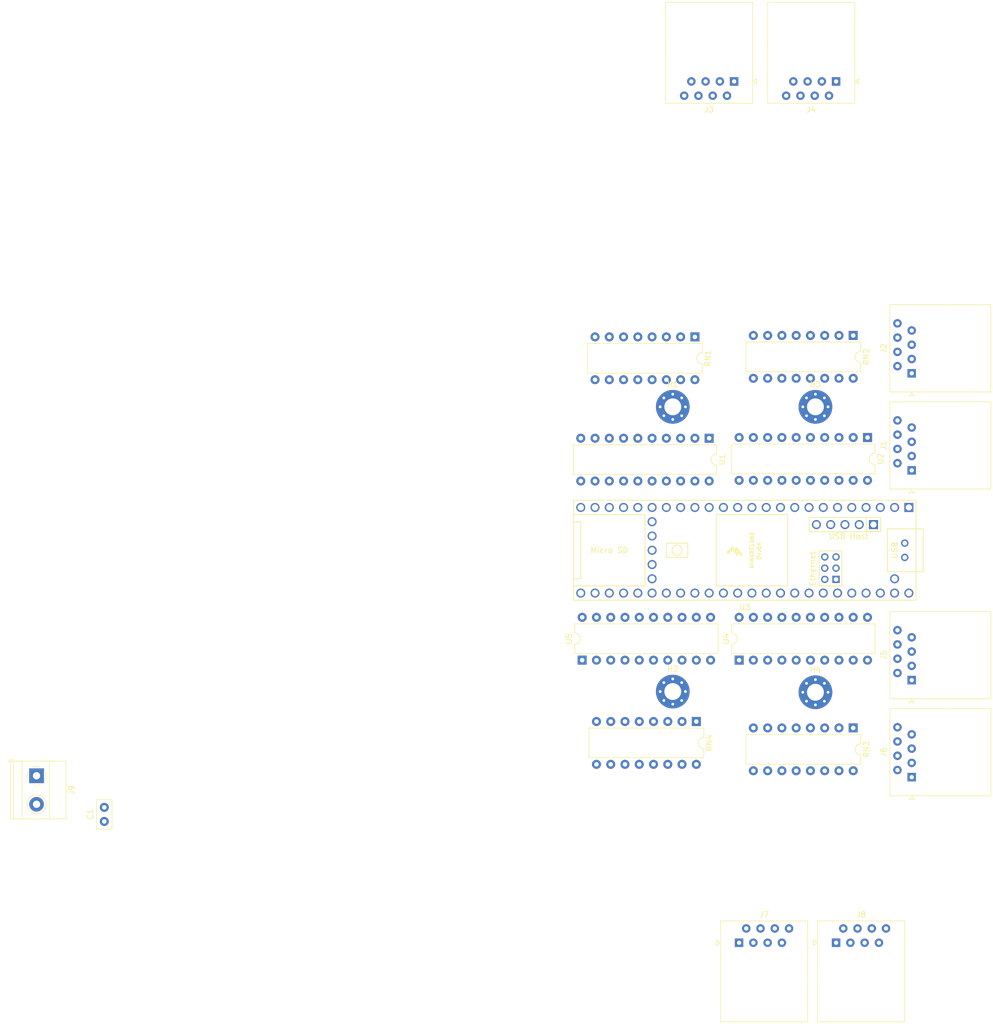
<source format=kicad_pcb>
(kicad_pcb (version 20171130) (host pcbnew "(5.1.4-0-10_14)")

  (general
    (thickness 1.6)
    (drawings 0)
    (tracks 0)
    (zones 0)
    (modules 23)
    (nets 132)
  )

  (page A4)
  (layers
    (0 F.Cu signal)
    (31 B.Cu signal)
    (32 B.Adhes user)
    (33 F.Adhes user)
    (34 B.Paste user)
    (35 F.Paste user)
    (36 B.SilkS user)
    (37 F.SilkS user)
    (38 B.Mask user)
    (39 F.Mask user)
    (40 Dwgs.User user)
    (41 Cmts.User user)
    (42 Eco1.User user)
    (43 Eco2.User user)
    (44 Edge.Cuts user)
    (45 Margin user)
    (46 B.CrtYd user)
    (47 F.CrtYd user)
    (48 B.Fab user)
    (49 F.Fab user)
  )

  (setup
    (last_trace_width 0.25)
    (trace_clearance 0.2)
    (zone_clearance 0.508)
    (zone_45_only no)
    (trace_min 0.2)
    (via_size 0.8)
    (via_drill 0.4)
    (via_min_size 0.4)
    (via_min_drill 0.3)
    (uvia_size 0.3)
    (uvia_drill 0.1)
    (uvias_allowed no)
    (uvia_min_size 0.2)
    (uvia_min_drill 0.1)
    (edge_width 0.05)
    (segment_width 0.2)
    (pcb_text_width 0.3)
    (pcb_text_size 1.5 1.5)
    (mod_edge_width 0.12)
    (mod_text_size 1 1)
    (mod_text_width 0.15)
    (pad_size 1.524 1.524)
    (pad_drill 0.762)
    (pad_to_mask_clearance 0.051)
    (solder_mask_min_width 0.25)
    (aux_axis_origin 0 0)
    (visible_elements FFFFFF7F)
    (pcbplotparams
      (layerselection 0x010fc_ffffffff)
      (usegerberextensions false)
      (usegerberattributes false)
      (usegerberadvancedattributes false)
      (creategerberjobfile false)
      (excludeedgelayer true)
      (linewidth 0.100000)
      (plotframeref false)
      (viasonmask false)
      (mode 1)
      (useauxorigin false)
      (hpglpennumber 1)
      (hpglpenspeed 20)
      (hpglpendiameter 15.000000)
      (psnegative false)
      (psa4output false)
      (plotreference true)
      (plotvalue true)
      (plotinvisibletext false)
      (padsonsilk false)
      (subtractmaskfromsilk false)
      (outputformat 1)
      (mirror false)
      (drillshape 1)
      (scaleselection 1)
      (outputdirectory ""))
  )

  (net 0 "")
  (net 1 "Net-(RN1-Pad16)")
  (net 2 "Net-(RN1-Pad15)")
  (net 3 "Net-(RN1-Pad14)")
  (net 4 "Net-(RN1-Pad13)")
  (net 5 "Net-(RN1-Pad12)")
  (net 6 "Net-(RN1-Pad11)")
  (net 7 "Net-(RN1-Pad10)")
  (net 8 "Net-(RN1-Pad9)")
  (net 9 "Net-(RN2-Pad9)")
  (net 10 "Net-(RN2-Pad10)")
  (net 11 "Net-(RN2-Pad11)")
  (net 12 "Net-(RN2-Pad12)")
  (net 13 "Net-(RN2-Pad13)")
  (net 14 "Net-(RN2-Pad14)")
  (net 15 "Net-(RN2-Pad15)")
  (net 16 "Net-(RN2-Pad16)")
  (net 17 "Net-(RN3-Pad8)")
  (net 18 "Net-(RN3-Pad7)")
  (net 19 "Net-(RN3-Pad6)")
  (net 20 "Net-(RN3-Pad5)")
  (net 21 "Net-(RN3-Pad4)")
  (net 22 "Net-(RN3-Pad3)")
  (net 23 "Net-(RN3-Pad2)")
  (net 24 "Net-(RN3-Pad1)")
  (net 25 "Net-(RN4-Pad1)")
  (net 26 "Net-(RN4-Pad2)")
  (net 27 "Net-(RN4-Pad3)")
  (net 28 "Net-(RN4-Pad4)")
  (net 29 "Net-(RN4-Pad5)")
  (net 30 "Net-(RN4-Pad6)")
  (net 31 "Net-(RN4-Pad7)")
  (net 32 "Net-(RN4-Pad8)")
  (net 33 "Net-(U1-Pad18)")
  (net 34 "Net-(U1-Pad17)")
  (net 35 "Net-(U1-Pad16)")
  (net 36 "Net-(U1-Pad15)")
  (net 37 "Net-(U1-Pad14)")
  (net 38 "Net-(U1-Pad13)")
  (net 39 "Net-(U1-Pad12)")
  (net 40 "Net-(U1-Pad11)")
  (net 41 "Net-(U2-Pad11)")
  (net 42 "Net-(U2-Pad12)")
  (net 43 "Net-(U2-Pad13)")
  (net 44 "Net-(U2-Pad14)")
  (net 45 "Net-(U2-Pad15)")
  (net 46 "Net-(U2-Pad16)")
  (net 47 "Net-(U2-Pad17)")
  (net 48 "Net-(U2-Pad18)")
  (net 49 "Net-(U3-Pad45)")
  (net 50 "Net-(U3-Pad44)")
  (net 51 "Net-(U3-Pad43)")
  (net 52 "Net-(U3-Pad42)")
  (net 53 "Net-(U3-Pad41)")
  (net 54 "Net-(U3-Pad40)")
  (net 55 "Net-(U3-Pad39)")
  (net 56 "Net-(U3-Pad38)")
  (net 57 "Net-(U3-Pad26)")
  (net 58 "Net-(U3-Pad27)")
  (net 59 "Net-(U3-Pad28)")
  (net 60 "Net-(U3-Pad29)")
  (net 61 "Net-(U3-Pad30)")
  (net 62 "Net-(U3-Pad31)")
  (net 63 "Net-(U3-Pad36)")
  (net 64 "Net-(U3-Pad37)")
  (net 65 GND)
  (net 66 "Net-(J1-Pad6)")
  (net 67 "Net-(J1-Pad4)")
  (net 68 "Net-(J1-Pad2)")
  (net 69 "Net-(J2-Pad2)")
  (net 70 "Net-(J2-Pad4)")
  (net 71 "Net-(J2-Pad6)")
  (net 72 "Net-(J2-Pad8)")
  (net 73 "Net-(J3-Pad8)")
  (net 74 "Net-(J3-Pad6)")
  (net 75 "Net-(J3-Pad4)")
  (net 76 "Net-(J3-Pad2)")
  (net 77 "Net-(J4-Pad2)")
  (net 78 "Net-(J4-Pad4)")
  (net 79 "Net-(J4-Pad6)")
  (net 80 "Net-(J4-Pad8)")
  (net 81 "Net-(J5-Pad8)")
  (net 82 "Net-(J5-Pad6)")
  (net 83 "Net-(J5-Pad4)")
  (net 84 "Net-(J5-Pad2)")
  (net 85 "Net-(J6-Pad2)")
  (net 86 "Net-(J6-Pad4)")
  (net 87 "Net-(J6-Pad6)")
  (net 88 "Net-(J6-Pad8)")
  (net 89 "Net-(J7-Pad8)")
  (net 90 "Net-(J7-Pad6)")
  (net 91 "Net-(J7-Pad4)")
  (net 92 "Net-(J7-Pad2)")
  (net 93 "Net-(J8-Pad2)")
  (net 94 "Net-(J8-Pad4)")
  (net 95 "Net-(J8-Pad6)")
  (net 96 "Net-(J8-Pad8)")
  (net 97 "Net-(U3-Pad49)")
  (net 98 "Net-(U3-Pad59)")
  (net 99 "Net-(U3-Pad58)")
  (net 100 "Net-(U3-Pad57)")
  (net 101 "Net-(U3-Pad56)")
  (net 102 "Net-(U3-Pad55)")
  (net 103 "Net-(U3-Pad46)")
  (net 104 "Net-(U3-Pad1)")
  (net 105 "Net-(U3-Pad2)")
  (net 106 "Net-(U3-Pad3)")
  (net 107 "Net-(U3-Pad4)")
  (net 108 "Net-(U3-Pad5)")
  (net 109 "Net-(U3-Pad6)")
  (net 110 "Net-(U3-Pad7)")
  (net 111 "Net-(U3-Pad34)")
  (net 112 "Net-(U3-Pad33)")
  (net 113 "Net-(U3-Pad32)")
  (net 114 "Net-(U3-Pad25)")
  (net 115 "Net-(U3-Pad21)")
  (net 116 "Net-(U3-Pad15)")
  (net 117 "Net-(U3-Pad60)")
  (net 118 "Net-(U3-Pad65)")
  (net 119 "Net-(U3-Pad61)")
  (net 120 "Net-(U3-Pad64)")
  (net 121 "Net-(U3-Pad63)")
  (net 122 "Net-(U3-Pad62)")
  (net 123 "Net-(U3-Pad50)")
  (net 124 "Net-(U3-Pad51)")
  (net 125 "Net-(U3-Pad52)")
  (net 126 "Net-(U3-Pad53)")
  (net 127 "Net-(U3-Pad54)")
  (net 128 "Net-(U3-Pad66)")
  (net 129 "Net-(U3-Pad67)")
  (net 130 "Net-(C1-Pad2)")
  (net 131 "Net-(H2-Pad1)")

  (net_class Default "This is the default net class."
    (clearance 0.2)
    (trace_width 0.25)
    (via_dia 0.8)
    (via_drill 0.4)
    (uvia_dia 0.3)
    (uvia_drill 0.1)
    (add_net GND)
    (add_net "Net-(C1-Pad2)")
    (add_net "Net-(H2-Pad1)")
    (add_net "Net-(J1-Pad2)")
    (add_net "Net-(J1-Pad4)")
    (add_net "Net-(J1-Pad6)")
    (add_net "Net-(J2-Pad2)")
    (add_net "Net-(J2-Pad4)")
    (add_net "Net-(J2-Pad6)")
    (add_net "Net-(J2-Pad8)")
    (add_net "Net-(J3-Pad2)")
    (add_net "Net-(J3-Pad4)")
    (add_net "Net-(J3-Pad6)")
    (add_net "Net-(J3-Pad8)")
    (add_net "Net-(J4-Pad2)")
    (add_net "Net-(J4-Pad4)")
    (add_net "Net-(J4-Pad6)")
    (add_net "Net-(J4-Pad8)")
    (add_net "Net-(J5-Pad2)")
    (add_net "Net-(J5-Pad4)")
    (add_net "Net-(J5-Pad6)")
    (add_net "Net-(J5-Pad8)")
    (add_net "Net-(J6-Pad2)")
    (add_net "Net-(J6-Pad4)")
    (add_net "Net-(J6-Pad6)")
    (add_net "Net-(J6-Pad8)")
    (add_net "Net-(J7-Pad2)")
    (add_net "Net-(J7-Pad4)")
    (add_net "Net-(J7-Pad6)")
    (add_net "Net-(J7-Pad8)")
    (add_net "Net-(J8-Pad2)")
    (add_net "Net-(J8-Pad4)")
    (add_net "Net-(J8-Pad6)")
    (add_net "Net-(J8-Pad8)")
    (add_net "Net-(RN1-Pad10)")
    (add_net "Net-(RN1-Pad11)")
    (add_net "Net-(RN1-Pad12)")
    (add_net "Net-(RN1-Pad13)")
    (add_net "Net-(RN1-Pad14)")
    (add_net "Net-(RN1-Pad15)")
    (add_net "Net-(RN1-Pad16)")
    (add_net "Net-(RN1-Pad9)")
    (add_net "Net-(RN2-Pad10)")
    (add_net "Net-(RN2-Pad11)")
    (add_net "Net-(RN2-Pad12)")
    (add_net "Net-(RN2-Pad13)")
    (add_net "Net-(RN2-Pad14)")
    (add_net "Net-(RN2-Pad15)")
    (add_net "Net-(RN2-Pad16)")
    (add_net "Net-(RN2-Pad9)")
    (add_net "Net-(RN3-Pad1)")
    (add_net "Net-(RN3-Pad2)")
    (add_net "Net-(RN3-Pad3)")
    (add_net "Net-(RN3-Pad4)")
    (add_net "Net-(RN3-Pad5)")
    (add_net "Net-(RN3-Pad6)")
    (add_net "Net-(RN3-Pad7)")
    (add_net "Net-(RN3-Pad8)")
    (add_net "Net-(RN4-Pad1)")
    (add_net "Net-(RN4-Pad2)")
    (add_net "Net-(RN4-Pad3)")
    (add_net "Net-(RN4-Pad4)")
    (add_net "Net-(RN4-Pad5)")
    (add_net "Net-(RN4-Pad6)")
    (add_net "Net-(RN4-Pad7)")
    (add_net "Net-(RN4-Pad8)")
    (add_net "Net-(U1-Pad11)")
    (add_net "Net-(U1-Pad12)")
    (add_net "Net-(U1-Pad13)")
    (add_net "Net-(U1-Pad14)")
    (add_net "Net-(U1-Pad15)")
    (add_net "Net-(U1-Pad16)")
    (add_net "Net-(U1-Pad17)")
    (add_net "Net-(U1-Pad18)")
    (add_net "Net-(U2-Pad11)")
    (add_net "Net-(U2-Pad12)")
    (add_net "Net-(U2-Pad13)")
    (add_net "Net-(U2-Pad14)")
    (add_net "Net-(U2-Pad15)")
    (add_net "Net-(U2-Pad16)")
    (add_net "Net-(U2-Pad17)")
    (add_net "Net-(U2-Pad18)")
    (add_net "Net-(U3-Pad1)")
    (add_net "Net-(U3-Pad15)")
    (add_net "Net-(U3-Pad2)")
    (add_net "Net-(U3-Pad21)")
    (add_net "Net-(U3-Pad25)")
    (add_net "Net-(U3-Pad26)")
    (add_net "Net-(U3-Pad27)")
    (add_net "Net-(U3-Pad28)")
    (add_net "Net-(U3-Pad29)")
    (add_net "Net-(U3-Pad3)")
    (add_net "Net-(U3-Pad30)")
    (add_net "Net-(U3-Pad31)")
    (add_net "Net-(U3-Pad32)")
    (add_net "Net-(U3-Pad33)")
    (add_net "Net-(U3-Pad34)")
    (add_net "Net-(U3-Pad36)")
    (add_net "Net-(U3-Pad37)")
    (add_net "Net-(U3-Pad38)")
    (add_net "Net-(U3-Pad39)")
    (add_net "Net-(U3-Pad4)")
    (add_net "Net-(U3-Pad40)")
    (add_net "Net-(U3-Pad41)")
    (add_net "Net-(U3-Pad42)")
    (add_net "Net-(U3-Pad43)")
    (add_net "Net-(U3-Pad44)")
    (add_net "Net-(U3-Pad45)")
    (add_net "Net-(U3-Pad46)")
    (add_net "Net-(U3-Pad49)")
    (add_net "Net-(U3-Pad5)")
    (add_net "Net-(U3-Pad50)")
    (add_net "Net-(U3-Pad51)")
    (add_net "Net-(U3-Pad52)")
    (add_net "Net-(U3-Pad53)")
    (add_net "Net-(U3-Pad54)")
    (add_net "Net-(U3-Pad55)")
    (add_net "Net-(U3-Pad56)")
    (add_net "Net-(U3-Pad57)")
    (add_net "Net-(U3-Pad58)")
    (add_net "Net-(U3-Pad59)")
    (add_net "Net-(U3-Pad6)")
    (add_net "Net-(U3-Pad60)")
    (add_net "Net-(U3-Pad61)")
    (add_net "Net-(U3-Pad62)")
    (add_net "Net-(U3-Pad63)")
    (add_net "Net-(U3-Pad64)")
    (add_net "Net-(U3-Pad65)")
    (add_net "Net-(U3-Pad66)")
    (add_net "Net-(U3-Pad67)")
    (add_net "Net-(U3-Pad7)")
  )

  (module Connector_RJ:RJ45_Amphenol_54602-x08_Horizontal (layer F.Cu) (tedit 5B103613) (tstamp 5FA2049A)
    (at 185.801 108.712 90)
    (descr "8 Pol Shallow Latch Connector, Modjack, RJ45 (https://cdn.amphenol-icc.com/media/wysiwyg/files/drawing/c-bmj-0102.pdf)")
    (tags RJ45)
    (path /5F9DAF98)
    (fp_text reference J1 (at 4.445 -5 90) (layer F.SilkS)
      (effects (font (size 1 1) (thickness 0.15)))
    )
    (fp_text value RJ45 (at 4.445 4 90) (layer F.Fab)
      (effects (font (size 1 1) (thickness 0.15)))
    )
    (fp_line (start 12.6 14.47) (end -3.71 14.47) (layer F.CrtYd) (width 0.05))
    (fp_line (start 12.6 14.47) (end 12.6 -4.27) (layer F.CrtYd) (width 0.05))
    (fp_line (start -3.71 -4.27) (end -3.71 14.47) (layer F.CrtYd) (width 0.05))
    (fp_line (start -3.71 -4.27) (end 12.6 -4.27) (layer F.CrtYd) (width 0.05))
    (fp_line (start -3.315 -3.88) (end -3.315 14.08) (layer F.SilkS) (width 0.12))
    (fp_line (start 12.205 -3.88) (end -3.315 -3.88) (layer F.SilkS) (width 0.12))
    (fp_line (start 12.205 -3.88) (end 12.205 14.08) (layer F.SilkS) (width 0.12))
    (fp_line (start -3.315 14.08) (end 12.205 14.08) (layer F.SilkS) (width 0.12))
    (fp_line (start -3.205 -2.77) (end -2.205 -3.77) (layer F.Fab) (width 0.12))
    (fp_line (start -2.205 -3.77) (end 12.095 -3.77) (layer F.Fab) (width 0.12))
    (fp_line (start 12.095 -3.77) (end 12.095 13.97) (layer F.Fab) (width 0.12))
    (fp_line (start 12.095 13.97) (end -3.205 13.97) (layer F.Fab) (width 0.12))
    (fp_line (start -3.205 13.97) (end -3.205 -2.77) (layer F.Fab) (width 0.12))
    (fp_line (start -3.5 0) (end -4 -0.5) (layer F.SilkS) (width 0.12))
    (fp_line (start -4 -0.5) (end -4 0.5) (layer F.SilkS) (width 0.12))
    (fp_line (start -4 0.5) (end -3.5 0) (layer F.SilkS) (width 0.12))
    (fp_text user %R (at 4.445 2 90) (layer F.Fab)
      (effects (font (size 1 1) (thickness 0.15)))
    )
    (pad 8 thru_hole circle (at 8.89 -2.54 90) (size 1.5 1.5) (drill 0.76) (layers *.Cu *.Mask)
      (net 131 "Net-(H2-Pad1)"))
    (pad 7 thru_hole circle (at 7.62 0 90) (size 1.5 1.5) (drill 0.76) (layers *.Cu *.Mask)
      (net 65 GND))
    (pad 6 thru_hole circle (at 6.35 -2.54 90) (size 1.5 1.5) (drill 0.76) (layers *.Cu *.Mask)
      (net 66 "Net-(J1-Pad6)"))
    (pad 5 thru_hole circle (at 5.08 0 90) (size 1.5 1.5) (drill 0.76) (layers *.Cu *.Mask)
      (net 65 GND))
    (pad 4 thru_hole circle (at 3.81 -2.54 90) (size 1.5 1.5) (drill 0.76) (layers *.Cu *.Mask)
      (net 67 "Net-(J1-Pad4)"))
    (pad 3 thru_hole circle (at 2.54 0 90) (size 1.5 1.5) (drill 0.76) (layers *.Cu *.Mask)
      (net 65 GND))
    (pad 2 thru_hole circle (at 1.27 -2.54 90) (size 1.5 1.5) (drill 0.76) (layers *.Cu *.Mask)
      (net 68 "Net-(J1-Pad2)"))
    (pad 1 thru_hole rect (at 0 0 90) (size 1.5 1.5) (drill 0.76) (layers *.Cu *.Mask)
      (net 65 GND))
    (pad "" np_thru_hole circle (at -1.27 6.35 90) (size 3.2 3.2) (drill 3.2) (layers *.Cu *.Mask))
    (pad "" np_thru_hole circle (at 10.16 6.35 90) (size 3.2 3.2) (drill 3.2) (layers *.Cu *.Mask))
    (model ${KISYS3DMOD}/Connector_RJ.3dshapes/RJ45_Amphenol_54602-x08_Horizontal.wrl
      (at (xyz 0 0 0))
      (scale (xyz 1 1 1))
      (rotate (xyz 0 0 0))
    )
  )

  (module teensy:Teensy41 (layer F.Cu) (tedit 5ED43644) (tstamp 5F987F62)
    (at 156.083 122.936 180)
    (path /5F979CE0)
    (fp_text reference U3 (at 0 -10.16) (layer F.SilkS)
      (effects (font (size 1 1) (thickness 0.15)))
    )
    (fp_text value Teensy4.1 (at 0 10.16) (layer F.Fab)
      (effects (font (size 1 1) (thickness 0.15)))
    )
    (fp_poly (pts (xy 3.197 -0.307) (xy 2.943 -0.053) (xy 2.689 -0.434) (xy 2.943 -0.688)) (layer F.SilkS) (width 0.1))
    (fp_poly (pts (xy 2.816 0.074) (xy 2.562 0.328) (xy 2.308 -0.053) (xy 2.562 -0.307)) (layer F.SilkS) (width 0.1))
    (fp_poly (pts (xy 0.911 -0.688) (xy 0.657 -0.434) (xy 0.403 -0.815) (xy 0.657 -1.069)) (layer F.SilkS) (width 0.1))
    (fp_poly (pts (xy 1.292 -0.18) (xy 1.038 0.074) (xy 0.784 -0.307) (xy 1.038 -0.561)) (layer F.SilkS) (width 0.1))
    (fp_poly (pts (xy 1.673 0.328) (xy 1.419 0.582) (xy 1.165 0.201) (xy 1.419 -0.053)) (layer F.SilkS) (width 0.1))
    (fp_poly (pts (xy 1.673 -0.561) (xy 1.419 -0.307) (xy 1.165 -0.688) (xy 1.419 -0.942)) (layer F.SilkS) (width 0.1))
    (fp_poly (pts (xy 2.054 -0.053) (xy 1.8 0.201) (xy 1.546 -0.18) (xy 1.8 -0.434)) (layer F.SilkS) (width 0.1))
    (fp_poly (pts (xy 2.435 0.455) (xy 2.181 0.709) (xy 1.927 0.328) (xy 2.181 0.074)) (layer F.SilkS) (width 0.1))
    (fp_line (start -30.48 8.89) (end -30.48 -8.89) (layer F.SilkS) (width 0.15))
    (fp_line (start 30.48 8.89) (end -30.48 8.89) (layer F.SilkS) (width 0.15))
    (fp_line (start 30.48 -8.89) (end 30.48 8.89) (layer F.SilkS) (width 0.15))
    (fp_line (start -30.48 -8.89) (end 30.48 -8.89) (layer F.SilkS) (width 0.15))
    (fp_line (start -25.4 3.81) (end -30.48 3.81) (layer F.SilkS) (width 0.15))
    (fp_line (start -25.4 -3.81) (end -30.48 -3.81) (layer F.SilkS) (width 0.15))
    (fp_line (start -25.4 3.81) (end -25.4 -3.81) (layer F.SilkS) (width 0.15))
    (fp_line (start -31.75 -3.81) (end -30.48 -3.81) (layer F.SilkS) (width 0.15))
    (fp_line (start -31.75 3.81) (end -31.75 -3.81) (layer F.SilkS) (width 0.15))
    (fp_line (start -30.48 3.81) (end -31.75 3.81) (layer F.SilkS) (width 0.15))
    (fp_line (start 30.48 -6.35) (end 17.78 -6.35) (layer F.SilkS) (width 0.15))
    (fp_line (start 17.78 -6.35) (end 17.78 6.35) (layer F.SilkS) (width 0.15))
    (fp_line (start 17.78 6.35) (end 30.48 6.35) (layer F.SilkS) (width 0.15))
    (fp_line (start 30.48 -5.08) (end 29.21 -5.08) (layer F.SilkS) (width 0.15))
    (fp_line (start 29.21 -5.08) (end 29.21 5.08) (layer F.SilkS) (width 0.15))
    (fp_line (start 29.21 5.08) (end 30.48 5.08) (layer F.SilkS) (width 0.15))
    (fp_line (start 13.97 -1.27) (end 13.97 1.27) (layer F.SilkS) (width 0.15))
    (fp_line (start 13.97 1.27) (end 10.16 1.27) (layer F.SilkS) (width 0.15))
    (fp_line (start 10.16 1.27) (end 10.16 -1.27) (layer F.SilkS) (width 0.15))
    (fp_line (start 10.16 -1.27) (end 13.97 -1.27) (layer F.SilkS) (width 0.15))
    (fp_line (start -24.1808 3.2992) (end -11.4808 3.2992) (layer F.SilkS) (width 0.15))
    (fp_line (start -11.4808 3.2992) (end -11.4808 5.8392) (layer F.SilkS) (width 0.15))
    (fp_line (start -11.4808 5.8392) (end -24.1808 5.8392) (layer F.SilkS) (width 0.15))
    (fp_line (start -24.1808 5.8392) (end -24.1808 3.2992) (layer F.SilkS) (width 0.15))
    (fp_line (start -24.1808 3.2992) (end -21.6408 3.2992) (layer F.SilkS) (width 0.15))
    (fp_line (start -21.6408 3.2992) (end -21.6408 5.8392) (layer F.SilkS) (width 0.15))
    (fp_line (start -17.25 -6.1016) (end -17.25 -0.1016) (layer F.SilkS) (width 0.15))
    (fp_line (start -17.25 -0.1016) (end -13.25 -0.1016) (layer F.SilkS) (width 0.15))
    (fp_line (start -13.25 -0.1016) (end -13.25 -6.3516) (layer F.SilkS) (width 0.15))
    (fp_line (start -13.25 -6.3516) (end -17.25 -6.3516) (layer F.SilkS) (width 0.15))
    (fp_line (start -17.25 -6.3516) (end -17.25 -6.1016) (layer F.SilkS) (width 0.15))
    (fp_line (start -7.62 6.35) (end 5.08 6.35) (layer F.SilkS) (width 0.15))
    (fp_line (start 5.08 6.35) (end 5.08 -6.35) (layer F.SilkS) (width 0.15))
    (fp_line (start 5.08 -6.35) (end -7.62 -6.35) (layer F.SilkS) (width 0.15))
    (fp_line (start -7.62 -6.35) (end -7.62 6.35) (layer F.SilkS) (width 0.15))
    (fp_circle (center 12.065 0) (end 12.7 -0.635) (layer F.SilkS) (width 0.15))
    (fp_text user DVJ6A (at -2.54 -0.18 270) (layer F.SilkS)
      (effects (font (size 0.7 0.7) (thickness 0.15)))
    )
    (fp_text user MIMXRT1062 (at -1.27 0 270) (layer F.SilkS)
      (effects (font (size 0.7 0.7) (thickness 0.15)))
    )
    (fp_text user "Micro SD" (at 24.13 0) (layer F.SilkS)
      (effects (font (size 1 1) (thickness 0.15)))
    )
    (fp_text user USB (at -26.67 0 270) (layer F.SilkS)
      (effects (font (size 1 1) (thickness 0.15)))
    )
    (fp_text user Ethernet (at -12.065 -3.2766 90) (layer F.SilkS)
      (effects (font (size 1 1) (thickness 0.15)))
    )
    (fp_text user "USB Host" (at -18.4658 2.4892) (layer F.SilkS)
      (effects (font (size 1 1) (thickness 0.15)))
    )
    (pad 49 thru_hole circle (at -26.67 -5.08 180) (size 1.6 1.6) (drill 1.1) (layers *.Cu *.Mask)
      (net 97 "Net-(U3-Pad49)"))
    (pad 59 thru_hole circle (at -12.7508 4.5692 180) (size 1.6 1.6) (drill 1.1) (layers *.Cu *.Mask)
      (net 98 "Net-(U3-Pad59)"))
    (pad 58 thru_hole circle (at -15.2908 4.5692 180) (size 1.6 1.6) (drill 1.1) (layers *.Cu *.Mask)
      (net 99 "Net-(U3-Pad58)"))
    (pad 57 thru_hole circle (at -17.8308 4.5692 180) (size 1.6 1.6) (drill 1.1) (layers *.Cu *.Mask)
      (net 100 "Net-(U3-Pad57)"))
    (pad 56 thru_hole circle (at -20.3708 4.5692 180) (size 1.6 1.6) (drill 1.1) (layers *.Cu *.Mask)
      (net 101 "Net-(U3-Pad56)"))
    (pad 55 thru_hole rect (at -22.9108 4.5692 180) (size 1.6 1.6) (drill 1.1) (layers *.Cu *.Mask)
      (net 102 "Net-(U3-Pad55)"))
    (pad 48 thru_hole circle (at -29.21 -7.62 180) (size 1.6 1.6) (drill 1.1) (layers *.Cu *.Mask)
      (net 130 "Net-(C1-Pad2)"))
    (pad 47 thru_hole circle (at -26.67 -7.62 180) (size 1.6 1.6) (drill 1.1) (layers *.Cu *.Mask)
      (net 65 GND))
    (pad 46 thru_hole circle (at -24.13 -7.62 180) (size 1.6 1.6) (drill 1.1) (layers *.Cu *.Mask)
      (net 103 "Net-(U3-Pad46)"))
    (pad 45 thru_hole circle (at -21.59 -7.62 180) (size 1.6 1.6) (drill 1.1) (layers *.Cu *.Mask)
      (net 49 "Net-(U3-Pad45)"))
    (pad 44 thru_hole circle (at -19.05 -7.62 180) (size 1.6 1.6) (drill 1.1) (layers *.Cu *.Mask)
      (net 50 "Net-(U3-Pad44)"))
    (pad 43 thru_hole circle (at -16.51 -7.62 180) (size 1.6 1.6) (drill 1.1) (layers *.Cu *.Mask)
      (net 51 "Net-(U3-Pad43)"))
    (pad 42 thru_hole circle (at -13.97 -7.62 180) (size 1.6 1.6) (drill 1.1) (layers *.Cu *.Mask)
      (net 52 "Net-(U3-Pad42)"))
    (pad 41 thru_hole circle (at -11.43 -7.62 180) (size 1.6 1.6) (drill 1.1) (layers *.Cu *.Mask)
      (net 53 "Net-(U3-Pad41)"))
    (pad 40 thru_hole circle (at -8.89 -7.62 180) (size 1.6 1.6) (drill 1.1) (layers *.Cu *.Mask)
      (net 54 "Net-(U3-Pad40)"))
    (pad 39 thru_hole circle (at -6.35 -7.62 180) (size 1.6 1.6) (drill 1.1) (layers *.Cu *.Mask)
      (net 55 "Net-(U3-Pad39)"))
    (pad 38 thru_hole circle (at -3.81 -7.62 180) (size 1.6 1.6) (drill 1.1) (layers *.Cu *.Mask)
      (net 56 "Net-(U3-Pad38)"))
    (pad 37 thru_hole circle (at -1.27 -7.62 180) (size 1.6 1.6) (drill 1.1) (layers *.Cu *.Mask)
      (net 64 "Net-(U3-Pad37)"))
    (pad 36 thru_hole circle (at 1.27 -7.62 180) (size 1.6 1.6) (drill 1.1) (layers *.Cu *.Mask)
      (net 63 "Net-(U3-Pad36)"))
    (pad 35 thru_hole circle (at 3.81 -7.62 180) (size 1.6 1.6) (drill 1.1) (layers *.Cu *.Mask)
      (net 41 "Net-(U2-Pad11)"))
    (pad 1 thru_hole rect (at -29.21 7.62 180) (size 1.6 1.6) (drill 1.1) (layers *.Cu *.Mask)
      (net 104 "Net-(U3-Pad1)"))
    (pad 2 thru_hole circle (at -26.67 7.62 180) (size 1.6 1.6) (drill 1.1) (layers *.Cu *.Mask)
      (net 105 "Net-(U3-Pad2)"))
    (pad 3 thru_hole circle (at -24.13 7.62 180) (size 1.6 1.6) (drill 1.1) (layers *.Cu *.Mask)
      (net 106 "Net-(U3-Pad3)"))
    (pad 4 thru_hole circle (at -21.59 7.62 180) (size 1.6 1.6) (drill 1.1) (layers *.Cu *.Mask)
      (net 107 "Net-(U3-Pad4)"))
    (pad 5 thru_hole circle (at -19.05 7.62 180) (size 1.6 1.6) (drill 1.1) (layers *.Cu *.Mask)
      (net 108 "Net-(U3-Pad5)"))
    (pad 6 thru_hole circle (at -16.51 7.62 180) (size 1.6 1.6) (drill 1.1) (layers *.Cu *.Mask)
      (net 109 "Net-(U3-Pad6)"))
    (pad 7 thru_hole circle (at -13.97 7.62 180) (size 1.6 1.6) (drill 1.1) (layers *.Cu *.Mask)
      (net 110 "Net-(U3-Pad7)"))
    (pad 8 thru_hole circle (at -11.43 7.62 180) (size 1.6 1.6) (drill 1.1) (layers *.Cu *.Mask)
      (net 48 "Net-(U2-Pad18)"))
    (pad 9 thru_hole circle (at -8.89 7.62 180) (size 1.6 1.6) (drill 1.1) (layers *.Cu *.Mask)
      (net 47 "Net-(U2-Pad17)"))
    (pad 10 thru_hole circle (at -6.35 7.62 180) (size 1.6 1.6) (drill 1.1) (layers *.Cu *.Mask)
      (net 46 "Net-(U2-Pad16)"))
    (pad 11 thru_hole circle (at -3.81 7.62 180) (size 1.6 1.6) (drill 1.1) (layers *.Cu *.Mask)
      (net 45 "Net-(U2-Pad15)"))
    (pad 12 thru_hole circle (at -1.27 7.62 180) (size 1.6 1.6) (drill 1.1) (layers *.Cu *.Mask)
      (net 44 "Net-(U2-Pad14)"))
    (pad 13 thru_hole circle (at 1.27 7.62 180) (size 1.6 1.6) (drill 1.1) (layers *.Cu *.Mask)
      (net 43 "Net-(U2-Pad13)"))
    (pad 34 thru_hole circle (at 6.35 -7.62 180) (size 1.6 1.6) (drill 1.1) (layers *.Cu *.Mask)
      (net 111 "Net-(U3-Pad34)"))
    (pad 33 thru_hole circle (at 8.89 -7.62 180) (size 1.6 1.6) (drill 1.1) (layers *.Cu *.Mask)
      (net 112 "Net-(U3-Pad33)"))
    (pad 32 thru_hole circle (at 11.43 -7.62 180) (size 1.6 1.6) (drill 1.1) (layers *.Cu *.Mask)
      (net 113 "Net-(U3-Pad32)"))
    (pad 31 thru_hole circle (at 13.97 -7.62 180) (size 1.6 1.6) (drill 1.1) (layers *.Cu *.Mask)
      (net 62 "Net-(U3-Pad31)"))
    (pad 30 thru_hole circle (at 16.51 -7.62 180) (size 1.6 1.6) (drill 1.1) (layers *.Cu *.Mask)
      (net 61 "Net-(U3-Pad30)"))
    (pad 29 thru_hole circle (at 19.05 -7.62 180) (size 1.6 1.6) (drill 1.1) (layers *.Cu *.Mask)
      (net 60 "Net-(U3-Pad29)"))
    (pad 28 thru_hole circle (at 21.59 -7.62 180) (size 1.6 1.6) (drill 1.1) (layers *.Cu *.Mask)
      (net 59 "Net-(U3-Pad28)"))
    (pad 27 thru_hole circle (at 24.13 -7.62 180) (size 1.6 1.6) (drill 1.1) (layers *.Cu *.Mask)
      (net 58 "Net-(U3-Pad27)"))
    (pad 26 thru_hole circle (at 26.67 -7.62 180) (size 1.6 1.6) (drill 1.1) (layers *.Cu *.Mask)
      (net 57 "Net-(U3-Pad26)"))
    (pad 25 thru_hole circle (at 29.21 -7.62 180) (size 1.6 1.6) (drill 1.1) (layers *.Cu *.Mask)
      (net 114 "Net-(U3-Pad25)"))
    (pad 24 thru_hole circle (at 29.21 7.62 180) (size 1.6 1.6) (drill 1.1) (layers *.Cu *.Mask)
      (net 40 "Net-(U1-Pad11)"))
    (pad 23 thru_hole circle (at 26.67 7.62 180) (size 1.6 1.6) (drill 1.1) (layers *.Cu *.Mask)
      (net 39 "Net-(U1-Pad12)"))
    (pad 22 thru_hole circle (at 24.13 7.62 180) (size 1.6 1.6) (drill 1.1) (layers *.Cu *.Mask)
      (net 38 "Net-(U1-Pad13)"))
    (pad 21 thru_hole circle (at 21.59 7.62 180) (size 1.6 1.6) (drill 1.1) (layers *.Cu *.Mask)
      (net 115 "Net-(U3-Pad21)"))
    (pad 14 thru_hole circle (at 3.81 7.62 180) (size 1.6 1.6) (drill 1.1) (layers *.Cu *.Mask)
      (net 42 "Net-(U2-Pad12)"))
    (pad 15 thru_hole circle (at 6.35 7.62 180) (size 1.6 1.6) (drill 1.1) (layers *.Cu *.Mask)
      (net 116 "Net-(U3-Pad15)"))
    (pad 16 thru_hole circle (at 8.89 7.62 180) (size 1.6 1.6) (drill 1.1) (layers *.Cu *.Mask)
      (net 33 "Net-(U1-Pad18)"))
    (pad 20 thru_hole circle (at 19.05 7.62 180) (size 1.6 1.6) (drill 1.1) (layers *.Cu *.Mask)
      (net 37 "Net-(U1-Pad14)"))
    (pad 19 thru_hole circle (at 16.51 7.62 180) (size 1.6 1.6) (drill 1.1) (layers *.Cu *.Mask)
      (net 36 "Net-(U1-Pad15)"))
    (pad 18 thru_hole circle (at 13.97 7.62 180) (size 1.6 1.6) (drill 1.1) (layers *.Cu *.Mask)
      (net 35 "Net-(U1-Pad16)"))
    (pad 17 thru_hole circle (at 11.43 7.62 180) (size 1.6 1.6) (drill 1.1) (layers *.Cu *.Mask)
      (net 34 "Net-(U1-Pad17)"))
    (pad 60 thru_hole rect (at -16.24 -5.1816 180) (size 1.3 1.3) (drill 0.8) (layers *.Cu *.Mask)
      (net 117 "Net-(U3-Pad60)"))
    (pad 65 thru_hole circle (at -14.24 -5.1816 180) (size 1.3 1.3) (drill 0.8) (layers *.Cu *.Mask)
      (net 118 "Net-(U3-Pad65)"))
    (pad 61 thru_hole circle (at -16.24 -3.1816 180) (size 1.3 1.3) (drill 0.8) (layers *.Cu *.Mask)
      (net 119 "Net-(U3-Pad61)"))
    (pad 64 thru_hole circle (at -14.24 -3.1816 180) (size 1.3 1.3) (drill 0.8) (layers *.Cu *.Mask)
      (net 120 "Net-(U3-Pad64)"))
    (pad 63 thru_hole circle (at -14.24 -1.1816 180) (size 1.3 1.3) (drill 0.8) (layers *.Cu *.Mask)
      (net 121 "Net-(U3-Pad63)"))
    (pad 62 thru_hole circle (at -16.24 -1.1816 180) (size 1.3 1.3) (drill 0.8) (layers *.Cu *.Mask)
      (net 122 "Net-(U3-Pad62)"))
    (pad 50 thru_hole circle (at 16.51 5.08 180) (size 1.6 1.6) (drill 1.1) (layers *.Cu *.Mask)
      (net 123 "Net-(U3-Pad50)"))
    (pad 51 thru_hole circle (at 16.51 2.54 180) (size 1.6 1.6) (drill 1.1) (layers *.Cu *.Mask)
      (net 124 "Net-(U3-Pad51)"))
    (pad 52 thru_hole circle (at 16.51 0 180) (size 1.6 1.6) (drill 1.1) (layers *.Cu *.Mask)
      (net 125 "Net-(U3-Pad52)"))
    (pad 53 thru_hole circle (at 16.51 -2.54 180) (size 1.6 1.6) (drill 1.1) (layers *.Cu *.Mask)
      (net 126 "Net-(U3-Pad53)"))
    (pad 54 thru_hole circle (at 16.51 -5.08 180) (size 1.6 1.6) (drill 1.1) (layers *.Cu *.Mask)
      (net 127 "Net-(U3-Pad54)"))
    (pad 66 thru_hole circle (at -28.48 1.27 180) (size 1.3 1.3) (drill 0.8) (layers *.Cu *.Mask)
      (net 128 "Net-(U3-Pad66)"))
    (pad 67 thru_hole circle (at -28.48 -1.27 180) (size 1.3 1.3) (drill 0.8) (layers *.Cu *.Mask)
      (net 129 "Net-(U3-Pad67)"))
    (model ${KICAD_USER_DIR}/teensy.pretty/Teensy_4.1_Assembly.STEP
      (offset (xyz 0 0 0.762))
      (scale (xyz 1 1 1))
      (rotate (xyz 0 0 0))
    )
  )

  (module Package_DIP:DIP-16_W7.62mm (layer F.Cu) (tedit 5A02E8C5) (tstamp 5F988C71)
    (at 147.193 84.963 270)
    (descr "16-lead though-hole mounted DIP package, row spacing 7.62 mm (300 mils)")
    (tags "THT DIP DIL PDIP 2.54mm 7.62mm 300mil")
    (path /5F9818A3)
    (fp_text reference RN1 (at 3.81 -2.33 90) (layer F.SilkS)
      (effects (font (size 1 1) (thickness 0.15)))
    )
    (fp_text value R_Pack08 (at 3.81 20.11 90) (layer F.Fab)
      (effects (font (size 1 1) (thickness 0.15)))
    )
    (fp_text user %R (at 3.81 8.89 90) (layer F.Fab)
      (effects (font (size 1 1) (thickness 0.15)))
    )
    (fp_line (start 8.7 -1.55) (end -1.1 -1.55) (layer F.CrtYd) (width 0.05))
    (fp_line (start 8.7 19.3) (end 8.7 -1.55) (layer F.CrtYd) (width 0.05))
    (fp_line (start -1.1 19.3) (end 8.7 19.3) (layer F.CrtYd) (width 0.05))
    (fp_line (start -1.1 -1.55) (end -1.1 19.3) (layer F.CrtYd) (width 0.05))
    (fp_line (start 6.46 -1.33) (end 4.81 -1.33) (layer F.SilkS) (width 0.12))
    (fp_line (start 6.46 19.11) (end 6.46 -1.33) (layer F.SilkS) (width 0.12))
    (fp_line (start 1.16 19.11) (end 6.46 19.11) (layer F.SilkS) (width 0.12))
    (fp_line (start 1.16 -1.33) (end 1.16 19.11) (layer F.SilkS) (width 0.12))
    (fp_line (start 2.81 -1.33) (end 1.16 -1.33) (layer F.SilkS) (width 0.12))
    (fp_line (start 0.635 -0.27) (end 1.635 -1.27) (layer F.Fab) (width 0.1))
    (fp_line (start 0.635 19.05) (end 0.635 -0.27) (layer F.Fab) (width 0.1))
    (fp_line (start 6.985 19.05) (end 0.635 19.05) (layer F.Fab) (width 0.1))
    (fp_line (start 6.985 -1.27) (end 6.985 19.05) (layer F.Fab) (width 0.1))
    (fp_line (start 1.635 -1.27) (end 6.985 -1.27) (layer F.Fab) (width 0.1))
    (fp_arc (start 3.81 -1.33) (end 2.81 -1.33) (angle -180) (layer F.SilkS) (width 0.12))
    (pad 16 thru_hole oval (at 7.62 0 270) (size 1.6 1.6) (drill 0.8) (layers *.Cu *.Mask)
      (net 1 "Net-(RN1-Pad16)"))
    (pad 8 thru_hole oval (at 0 17.78 270) (size 1.6 1.6) (drill 0.8) (layers *.Cu *.Mask)
      (net 77 "Net-(J4-Pad2)"))
    (pad 15 thru_hole oval (at 7.62 2.54 270) (size 1.6 1.6) (drill 0.8) (layers *.Cu *.Mask)
      (net 2 "Net-(RN1-Pad15)"))
    (pad 7 thru_hole oval (at 0 15.24 270) (size 1.6 1.6) (drill 0.8) (layers *.Cu *.Mask)
      (net 78 "Net-(J4-Pad4)"))
    (pad 14 thru_hole oval (at 7.62 5.08 270) (size 1.6 1.6) (drill 0.8) (layers *.Cu *.Mask)
      (net 3 "Net-(RN1-Pad14)"))
    (pad 6 thru_hole oval (at 0 12.7 270) (size 1.6 1.6) (drill 0.8) (layers *.Cu *.Mask)
      (net 79 "Net-(J4-Pad6)"))
    (pad 13 thru_hole oval (at 7.62 7.62 270) (size 1.6 1.6) (drill 0.8) (layers *.Cu *.Mask)
      (net 4 "Net-(RN1-Pad13)"))
    (pad 5 thru_hole oval (at 0 10.16 270) (size 1.6 1.6) (drill 0.8) (layers *.Cu *.Mask)
      (net 80 "Net-(J4-Pad8)"))
    (pad 12 thru_hole oval (at 7.62 10.16 270) (size 1.6 1.6) (drill 0.8) (layers *.Cu *.Mask)
      (net 5 "Net-(RN1-Pad12)"))
    (pad 4 thru_hole oval (at 0 7.62 270) (size 1.6 1.6) (drill 0.8) (layers *.Cu *.Mask)
      (net 76 "Net-(J3-Pad2)"))
    (pad 11 thru_hole oval (at 7.62 12.7 270) (size 1.6 1.6) (drill 0.8) (layers *.Cu *.Mask)
      (net 6 "Net-(RN1-Pad11)"))
    (pad 3 thru_hole oval (at 0 5.08 270) (size 1.6 1.6) (drill 0.8) (layers *.Cu *.Mask)
      (net 75 "Net-(J3-Pad4)"))
    (pad 10 thru_hole oval (at 7.62 15.24 270) (size 1.6 1.6) (drill 0.8) (layers *.Cu *.Mask)
      (net 7 "Net-(RN1-Pad10)"))
    (pad 2 thru_hole oval (at 0 2.54 270) (size 1.6 1.6) (drill 0.8) (layers *.Cu *.Mask)
      (net 74 "Net-(J3-Pad6)"))
    (pad 9 thru_hole oval (at 7.62 17.78 270) (size 1.6 1.6) (drill 0.8) (layers *.Cu *.Mask)
      (net 8 "Net-(RN1-Pad9)"))
    (pad 1 thru_hole rect (at 0 0 270) (size 1.6 1.6) (drill 0.8) (layers *.Cu *.Mask)
      (net 73 "Net-(J3-Pad8)"))
    (model ${KISYS3DMOD}/Package_DIP.3dshapes/DIP-16_W7.62mm.wrl
      (at (xyz 0 0 0))
      (scale (xyz 1 1 1))
      (rotate (xyz 0 0 0))
    )
  )

  (module Package_DIP:DIP-16_W7.62mm (layer F.Cu) (tedit 5A02E8C5) (tstamp 5F97AE45)
    (at 175.387 84.709 270)
    (descr "16-lead though-hole mounted DIP package, row spacing 7.62 mm (300 mils)")
    (tags "THT DIP DIL PDIP 2.54mm 7.62mm 300mil")
    (path /5F97F38C)
    (fp_text reference RN2 (at 3.81 -2.33 90) (layer F.SilkS)
      (effects (font (size 1 1) (thickness 0.15)))
    )
    (fp_text value R_Pack08 (at 3.81 20.11 90) (layer F.Fab)
      (effects (font (size 1 1) (thickness 0.15)))
    )
    (fp_arc (start 3.81 -1.33) (end 2.81 -1.33) (angle -180) (layer F.SilkS) (width 0.12))
    (fp_line (start 1.635 -1.27) (end 6.985 -1.27) (layer F.Fab) (width 0.1))
    (fp_line (start 6.985 -1.27) (end 6.985 19.05) (layer F.Fab) (width 0.1))
    (fp_line (start 6.985 19.05) (end 0.635 19.05) (layer F.Fab) (width 0.1))
    (fp_line (start 0.635 19.05) (end 0.635 -0.27) (layer F.Fab) (width 0.1))
    (fp_line (start 0.635 -0.27) (end 1.635 -1.27) (layer F.Fab) (width 0.1))
    (fp_line (start 2.81 -1.33) (end 1.16 -1.33) (layer F.SilkS) (width 0.12))
    (fp_line (start 1.16 -1.33) (end 1.16 19.11) (layer F.SilkS) (width 0.12))
    (fp_line (start 1.16 19.11) (end 6.46 19.11) (layer F.SilkS) (width 0.12))
    (fp_line (start 6.46 19.11) (end 6.46 -1.33) (layer F.SilkS) (width 0.12))
    (fp_line (start 6.46 -1.33) (end 4.81 -1.33) (layer F.SilkS) (width 0.12))
    (fp_line (start -1.1 -1.55) (end -1.1 19.3) (layer F.CrtYd) (width 0.05))
    (fp_line (start -1.1 19.3) (end 8.7 19.3) (layer F.CrtYd) (width 0.05))
    (fp_line (start 8.7 19.3) (end 8.7 -1.55) (layer F.CrtYd) (width 0.05))
    (fp_line (start 8.7 -1.55) (end -1.1 -1.55) (layer F.CrtYd) (width 0.05))
    (fp_text user %R (at 3.81 8.89 90) (layer F.Fab)
      (effects (font (size 1 1) (thickness 0.15)))
    )
    (pad 1 thru_hole rect (at 0 0 270) (size 1.6 1.6) (drill 0.8) (layers *.Cu *.Mask)
      (net 131 "Net-(H2-Pad1)"))
    (pad 9 thru_hole oval (at 7.62 17.78 270) (size 1.6 1.6) (drill 0.8) (layers *.Cu *.Mask)
      (net 9 "Net-(RN2-Pad9)"))
    (pad 2 thru_hole oval (at 0 2.54 270) (size 1.6 1.6) (drill 0.8) (layers *.Cu *.Mask)
      (net 66 "Net-(J1-Pad6)"))
    (pad 10 thru_hole oval (at 7.62 15.24 270) (size 1.6 1.6) (drill 0.8) (layers *.Cu *.Mask)
      (net 10 "Net-(RN2-Pad10)"))
    (pad 3 thru_hole oval (at 0 5.08 270) (size 1.6 1.6) (drill 0.8) (layers *.Cu *.Mask)
      (net 67 "Net-(J1-Pad4)"))
    (pad 11 thru_hole oval (at 7.62 12.7 270) (size 1.6 1.6) (drill 0.8) (layers *.Cu *.Mask)
      (net 11 "Net-(RN2-Pad11)"))
    (pad 4 thru_hole oval (at 0 7.62 270) (size 1.6 1.6) (drill 0.8) (layers *.Cu *.Mask)
      (net 68 "Net-(J1-Pad2)"))
    (pad 12 thru_hole oval (at 7.62 10.16 270) (size 1.6 1.6) (drill 0.8) (layers *.Cu *.Mask)
      (net 12 "Net-(RN2-Pad12)"))
    (pad 5 thru_hole oval (at 0 10.16 270) (size 1.6 1.6) (drill 0.8) (layers *.Cu *.Mask)
      (net 72 "Net-(J2-Pad8)"))
    (pad 13 thru_hole oval (at 7.62 7.62 270) (size 1.6 1.6) (drill 0.8) (layers *.Cu *.Mask)
      (net 13 "Net-(RN2-Pad13)"))
    (pad 6 thru_hole oval (at 0 12.7 270) (size 1.6 1.6) (drill 0.8) (layers *.Cu *.Mask)
      (net 71 "Net-(J2-Pad6)"))
    (pad 14 thru_hole oval (at 7.62 5.08 270) (size 1.6 1.6) (drill 0.8) (layers *.Cu *.Mask)
      (net 14 "Net-(RN2-Pad14)"))
    (pad 7 thru_hole oval (at 0 15.24 270) (size 1.6 1.6) (drill 0.8) (layers *.Cu *.Mask)
      (net 70 "Net-(J2-Pad4)"))
    (pad 15 thru_hole oval (at 7.62 2.54 270) (size 1.6 1.6) (drill 0.8) (layers *.Cu *.Mask)
      (net 15 "Net-(RN2-Pad15)"))
    (pad 8 thru_hole oval (at 0 17.78 270) (size 1.6 1.6) (drill 0.8) (layers *.Cu *.Mask)
      (net 69 "Net-(J2-Pad2)"))
    (pad 16 thru_hole oval (at 7.62 0 270) (size 1.6 1.6) (drill 0.8) (layers *.Cu *.Mask)
      (net 16 "Net-(RN2-Pad16)"))
    (model ${KISYS3DMOD}/Package_DIP.3dshapes/DIP-16_W7.62mm.wrl
      (at (xyz 0 0 0))
      (scale (xyz 1 1 1))
      (rotate (xyz 0 0 0))
    )
  )

  (module Package_DIP:DIP-16_W7.62mm (layer F.Cu) (tedit 5A02E8C5) (tstamp 5FA1CEDC)
    (at 175.387 154.559 270)
    (descr "16-lead though-hole mounted DIP package, row spacing 7.62 mm (300 mils)")
    (tags "THT DIP DIL PDIP 2.54mm 7.62mm 300mil")
    (path /5F9831C4)
    (fp_text reference RN3 (at 3.81 -2.33 90) (layer F.SilkS)
      (effects (font (size 1 1) (thickness 0.15)))
    )
    (fp_text value R_Pack08 (at 3.81 20.11 90) (layer F.Fab)
      (effects (font (size 1 1) (thickness 0.15)))
    )
    (fp_text user %R (at 3.81 8.89 90) (layer F.Fab)
      (effects (font (size 1 1) (thickness 0.15)))
    )
    (fp_line (start 8.7 -1.55) (end -1.1 -1.55) (layer F.CrtYd) (width 0.05))
    (fp_line (start 8.7 19.3) (end 8.7 -1.55) (layer F.CrtYd) (width 0.05))
    (fp_line (start -1.1 19.3) (end 8.7 19.3) (layer F.CrtYd) (width 0.05))
    (fp_line (start -1.1 -1.55) (end -1.1 19.3) (layer F.CrtYd) (width 0.05))
    (fp_line (start 6.46 -1.33) (end 4.81 -1.33) (layer F.SilkS) (width 0.12))
    (fp_line (start 6.46 19.11) (end 6.46 -1.33) (layer F.SilkS) (width 0.12))
    (fp_line (start 1.16 19.11) (end 6.46 19.11) (layer F.SilkS) (width 0.12))
    (fp_line (start 1.16 -1.33) (end 1.16 19.11) (layer F.SilkS) (width 0.12))
    (fp_line (start 2.81 -1.33) (end 1.16 -1.33) (layer F.SilkS) (width 0.12))
    (fp_line (start 0.635 -0.27) (end 1.635 -1.27) (layer F.Fab) (width 0.1))
    (fp_line (start 0.635 19.05) (end 0.635 -0.27) (layer F.Fab) (width 0.1))
    (fp_line (start 6.985 19.05) (end 0.635 19.05) (layer F.Fab) (width 0.1))
    (fp_line (start 6.985 -1.27) (end 6.985 19.05) (layer F.Fab) (width 0.1))
    (fp_line (start 1.635 -1.27) (end 6.985 -1.27) (layer F.Fab) (width 0.1))
    (fp_arc (start 3.81 -1.33) (end 2.81 -1.33) (angle -180) (layer F.SilkS) (width 0.12))
    (pad 16 thru_hole oval (at 7.62 0 270) (size 1.6 1.6) (drill 0.8) (layers *.Cu *.Mask)
      (net 84 "Net-(J5-Pad2)"))
    (pad 8 thru_hole oval (at 0 17.78 270) (size 1.6 1.6) (drill 0.8) (layers *.Cu *.Mask)
      (net 17 "Net-(RN3-Pad8)"))
    (pad 15 thru_hole oval (at 7.62 2.54 270) (size 1.6 1.6) (drill 0.8) (layers *.Cu *.Mask)
      (net 83 "Net-(J5-Pad4)"))
    (pad 7 thru_hole oval (at 0 15.24 270) (size 1.6 1.6) (drill 0.8) (layers *.Cu *.Mask)
      (net 18 "Net-(RN3-Pad7)"))
    (pad 14 thru_hole oval (at 7.62 5.08 270) (size 1.6 1.6) (drill 0.8) (layers *.Cu *.Mask)
      (net 82 "Net-(J5-Pad6)"))
    (pad 6 thru_hole oval (at 0 12.7 270) (size 1.6 1.6) (drill 0.8) (layers *.Cu *.Mask)
      (net 19 "Net-(RN3-Pad6)"))
    (pad 13 thru_hole oval (at 7.62 7.62 270) (size 1.6 1.6) (drill 0.8) (layers *.Cu *.Mask)
      (net 81 "Net-(J5-Pad8)"))
    (pad 5 thru_hole oval (at 0 10.16 270) (size 1.6 1.6) (drill 0.8) (layers *.Cu *.Mask)
      (net 20 "Net-(RN3-Pad5)"))
    (pad 12 thru_hole oval (at 7.62 10.16 270) (size 1.6 1.6) (drill 0.8) (layers *.Cu *.Mask)
      (net 85 "Net-(J6-Pad2)"))
    (pad 4 thru_hole oval (at 0 7.62 270) (size 1.6 1.6) (drill 0.8) (layers *.Cu *.Mask)
      (net 21 "Net-(RN3-Pad4)"))
    (pad 11 thru_hole oval (at 7.62 12.7 270) (size 1.6 1.6) (drill 0.8) (layers *.Cu *.Mask)
      (net 86 "Net-(J6-Pad4)"))
    (pad 3 thru_hole oval (at 0 5.08 270) (size 1.6 1.6) (drill 0.8) (layers *.Cu *.Mask)
      (net 22 "Net-(RN3-Pad3)"))
    (pad 10 thru_hole oval (at 7.62 15.24 270) (size 1.6 1.6) (drill 0.8) (layers *.Cu *.Mask)
      (net 87 "Net-(J6-Pad6)"))
    (pad 2 thru_hole oval (at 0 2.54 270) (size 1.6 1.6) (drill 0.8) (layers *.Cu *.Mask)
      (net 23 "Net-(RN3-Pad2)"))
    (pad 9 thru_hole oval (at 7.62 17.78 270) (size 1.6 1.6) (drill 0.8) (layers *.Cu *.Mask)
      (net 88 "Net-(J6-Pad8)"))
    (pad 1 thru_hole rect (at 0 0 270) (size 1.6 1.6) (drill 0.8) (layers *.Cu *.Mask)
      (net 24 "Net-(RN3-Pad1)"))
    (model ${KISYS3DMOD}/Package_DIP.3dshapes/DIP-16_W7.62mm.wrl
      (at (xyz 0 0 0))
      (scale (xyz 1 1 1))
      (rotate (xyz 0 0 0))
    )
  )

  (module Package_DIP:DIP-16_W7.62mm (layer F.Cu) (tedit 5A02E8C5) (tstamp 5FA1CE73)
    (at 147.447 153.416 270)
    (descr "16-lead though-hole mounted DIP package, row spacing 7.62 mm (300 mils)")
    (tags "THT DIP DIL PDIP 2.54mm 7.62mm 300mil")
    (path /5F9847DD)
    (fp_text reference RN4 (at 3.81 -2.33 90) (layer F.SilkS)
      (effects (font (size 1 1) (thickness 0.15)))
    )
    (fp_text value R_Pack08 (at 3.81 20.11 90) (layer F.Fab)
      (effects (font (size 1 1) (thickness 0.15)))
    )
    (fp_arc (start 3.81 -1.33) (end 2.81 -1.33) (angle -180) (layer F.SilkS) (width 0.12))
    (fp_line (start 1.635 -1.27) (end 6.985 -1.27) (layer F.Fab) (width 0.1))
    (fp_line (start 6.985 -1.27) (end 6.985 19.05) (layer F.Fab) (width 0.1))
    (fp_line (start 6.985 19.05) (end 0.635 19.05) (layer F.Fab) (width 0.1))
    (fp_line (start 0.635 19.05) (end 0.635 -0.27) (layer F.Fab) (width 0.1))
    (fp_line (start 0.635 -0.27) (end 1.635 -1.27) (layer F.Fab) (width 0.1))
    (fp_line (start 2.81 -1.33) (end 1.16 -1.33) (layer F.SilkS) (width 0.12))
    (fp_line (start 1.16 -1.33) (end 1.16 19.11) (layer F.SilkS) (width 0.12))
    (fp_line (start 1.16 19.11) (end 6.46 19.11) (layer F.SilkS) (width 0.12))
    (fp_line (start 6.46 19.11) (end 6.46 -1.33) (layer F.SilkS) (width 0.12))
    (fp_line (start 6.46 -1.33) (end 4.81 -1.33) (layer F.SilkS) (width 0.12))
    (fp_line (start -1.1 -1.55) (end -1.1 19.3) (layer F.CrtYd) (width 0.05))
    (fp_line (start -1.1 19.3) (end 8.7 19.3) (layer F.CrtYd) (width 0.05))
    (fp_line (start 8.7 19.3) (end 8.7 -1.55) (layer F.CrtYd) (width 0.05))
    (fp_line (start 8.7 -1.55) (end -1.1 -1.55) (layer F.CrtYd) (width 0.05))
    (fp_text user %R (at 3.81 8.89 90) (layer F.Fab)
      (effects (font (size 1 1) (thickness 0.15)))
    )
    (pad 1 thru_hole rect (at 0 0 270) (size 1.6 1.6) (drill 0.8) (layers *.Cu *.Mask)
      (net 25 "Net-(RN4-Pad1)"))
    (pad 9 thru_hole oval (at 7.62 17.78 270) (size 1.6 1.6) (drill 0.8) (layers *.Cu *.Mask)
      (net 96 "Net-(J8-Pad8)"))
    (pad 2 thru_hole oval (at 0 2.54 270) (size 1.6 1.6) (drill 0.8) (layers *.Cu *.Mask)
      (net 26 "Net-(RN4-Pad2)"))
    (pad 10 thru_hole oval (at 7.62 15.24 270) (size 1.6 1.6) (drill 0.8) (layers *.Cu *.Mask)
      (net 95 "Net-(J8-Pad6)"))
    (pad 3 thru_hole oval (at 0 5.08 270) (size 1.6 1.6) (drill 0.8) (layers *.Cu *.Mask)
      (net 27 "Net-(RN4-Pad3)"))
    (pad 11 thru_hole oval (at 7.62 12.7 270) (size 1.6 1.6) (drill 0.8) (layers *.Cu *.Mask)
      (net 94 "Net-(J8-Pad4)"))
    (pad 4 thru_hole oval (at 0 7.62 270) (size 1.6 1.6) (drill 0.8) (layers *.Cu *.Mask)
      (net 28 "Net-(RN4-Pad4)"))
    (pad 12 thru_hole oval (at 7.62 10.16 270) (size 1.6 1.6) (drill 0.8) (layers *.Cu *.Mask)
      (net 93 "Net-(J8-Pad2)"))
    (pad 5 thru_hole oval (at 0 10.16 270) (size 1.6 1.6) (drill 0.8) (layers *.Cu *.Mask)
      (net 29 "Net-(RN4-Pad5)"))
    (pad 13 thru_hole oval (at 7.62 7.62 270) (size 1.6 1.6) (drill 0.8) (layers *.Cu *.Mask)
      (net 89 "Net-(J7-Pad8)"))
    (pad 6 thru_hole oval (at 0 12.7 270) (size 1.6 1.6) (drill 0.8) (layers *.Cu *.Mask)
      (net 30 "Net-(RN4-Pad6)"))
    (pad 14 thru_hole oval (at 7.62 5.08 270) (size 1.6 1.6) (drill 0.8) (layers *.Cu *.Mask)
      (net 90 "Net-(J7-Pad6)"))
    (pad 7 thru_hole oval (at 0 15.24 270) (size 1.6 1.6) (drill 0.8) (layers *.Cu *.Mask)
      (net 31 "Net-(RN4-Pad7)"))
    (pad 15 thru_hole oval (at 7.62 2.54 270) (size 1.6 1.6) (drill 0.8) (layers *.Cu *.Mask)
      (net 91 "Net-(J7-Pad4)"))
    (pad 8 thru_hole oval (at 0 17.78 270) (size 1.6 1.6) (drill 0.8) (layers *.Cu *.Mask)
      (net 32 "Net-(RN4-Pad8)"))
    (pad 16 thru_hole oval (at 7.62 0 270) (size 1.6 1.6) (drill 0.8) (layers *.Cu *.Mask)
      (net 92 "Net-(J7-Pad2)"))
    (model ${KISYS3DMOD}/Package_DIP.3dshapes/DIP-16_W7.62mm.wrl
      (at (xyz 0 0 0))
      (scale (xyz 1 1 1))
      (rotate (xyz 0 0 0))
    )
  )

  (module Package_DIP:DIP-20_W7.62mm (layer F.Cu) (tedit 5A02E8C5) (tstamp 5F97AEB5)
    (at 149.733 102.997 270)
    (descr "20-lead though-hole mounted DIP package, row spacing 7.62 mm (300 mils)")
    (tags "THT DIP DIL PDIP 2.54mm 7.62mm 300mil")
    (path /5F97CA76)
    (fp_text reference U1 (at 3.81 -2.33 90) (layer F.SilkS)
      (effects (font (size 1 1) (thickness 0.15)))
    )
    (fp_text value 74HC245 (at 3.81 25.19 90) (layer F.Fab)
      (effects (font (size 1 1) (thickness 0.15)))
    )
    (fp_text user %R (at 3.81 11.43 90) (layer F.Fab)
      (effects (font (size 1 1) (thickness 0.15)))
    )
    (fp_line (start 8.7 -1.55) (end -1.1 -1.55) (layer F.CrtYd) (width 0.05))
    (fp_line (start 8.7 24.4) (end 8.7 -1.55) (layer F.CrtYd) (width 0.05))
    (fp_line (start -1.1 24.4) (end 8.7 24.4) (layer F.CrtYd) (width 0.05))
    (fp_line (start -1.1 -1.55) (end -1.1 24.4) (layer F.CrtYd) (width 0.05))
    (fp_line (start 6.46 -1.33) (end 4.81 -1.33) (layer F.SilkS) (width 0.12))
    (fp_line (start 6.46 24.19) (end 6.46 -1.33) (layer F.SilkS) (width 0.12))
    (fp_line (start 1.16 24.19) (end 6.46 24.19) (layer F.SilkS) (width 0.12))
    (fp_line (start 1.16 -1.33) (end 1.16 24.19) (layer F.SilkS) (width 0.12))
    (fp_line (start 2.81 -1.33) (end 1.16 -1.33) (layer F.SilkS) (width 0.12))
    (fp_line (start 0.635 -0.27) (end 1.635 -1.27) (layer F.Fab) (width 0.1))
    (fp_line (start 0.635 24.13) (end 0.635 -0.27) (layer F.Fab) (width 0.1))
    (fp_line (start 6.985 24.13) (end 0.635 24.13) (layer F.Fab) (width 0.1))
    (fp_line (start 6.985 -1.27) (end 6.985 24.13) (layer F.Fab) (width 0.1))
    (fp_line (start 1.635 -1.27) (end 6.985 -1.27) (layer F.Fab) (width 0.1))
    (fp_arc (start 3.81 -1.33) (end 2.81 -1.33) (angle -180) (layer F.SilkS) (width 0.12))
    (pad 20 thru_hole oval (at 7.62 0 270) (size 1.6 1.6) (drill 0.8) (layers *.Cu *.Mask)
      (net 130 "Net-(C1-Pad2)"))
    (pad 10 thru_hole oval (at 0 22.86 270) (size 1.6 1.6) (drill 0.8) (layers *.Cu *.Mask)
      (net 65 GND))
    (pad 19 thru_hole oval (at 7.62 2.54 270) (size 1.6 1.6) (drill 0.8) (layers *.Cu *.Mask)
      (net 65 GND))
    (pad 9 thru_hole oval (at 0 20.32 270) (size 1.6 1.6) (drill 0.8) (layers *.Cu *.Mask)
      (net 8 "Net-(RN1-Pad9)"))
    (pad 18 thru_hole oval (at 7.62 5.08 270) (size 1.6 1.6) (drill 0.8) (layers *.Cu *.Mask)
      (net 33 "Net-(U1-Pad18)"))
    (pad 8 thru_hole oval (at 0 17.78 270) (size 1.6 1.6) (drill 0.8) (layers *.Cu *.Mask)
      (net 7 "Net-(RN1-Pad10)"))
    (pad 17 thru_hole oval (at 7.62 7.62 270) (size 1.6 1.6) (drill 0.8) (layers *.Cu *.Mask)
      (net 34 "Net-(U1-Pad17)"))
    (pad 7 thru_hole oval (at 0 15.24 270) (size 1.6 1.6) (drill 0.8) (layers *.Cu *.Mask)
      (net 6 "Net-(RN1-Pad11)"))
    (pad 16 thru_hole oval (at 7.62 10.16 270) (size 1.6 1.6) (drill 0.8) (layers *.Cu *.Mask)
      (net 35 "Net-(U1-Pad16)"))
    (pad 6 thru_hole oval (at 0 12.7 270) (size 1.6 1.6) (drill 0.8) (layers *.Cu *.Mask)
      (net 5 "Net-(RN1-Pad12)"))
    (pad 15 thru_hole oval (at 7.62 12.7 270) (size 1.6 1.6) (drill 0.8) (layers *.Cu *.Mask)
      (net 36 "Net-(U1-Pad15)"))
    (pad 5 thru_hole oval (at 0 10.16 270) (size 1.6 1.6) (drill 0.8) (layers *.Cu *.Mask)
      (net 4 "Net-(RN1-Pad13)"))
    (pad 14 thru_hole oval (at 7.62 15.24 270) (size 1.6 1.6) (drill 0.8) (layers *.Cu *.Mask)
      (net 37 "Net-(U1-Pad14)"))
    (pad 4 thru_hole oval (at 0 7.62 270) (size 1.6 1.6) (drill 0.8) (layers *.Cu *.Mask)
      (net 3 "Net-(RN1-Pad14)"))
    (pad 13 thru_hole oval (at 7.62 17.78 270) (size 1.6 1.6) (drill 0.8) (layers *.Cu *.Mask)
      (net 38 "Net-(U1-Pad13)"))
    (pad 3 thru_hole oval (at 0 5.08 270) (size 1.6 1.6) (drill 0.8) (layers *.Cu *.Mask)
      (net 2 "Net-(RN1-Pad15)"))
    (pad 12 thru_hole oval (at 7.62 20.32 270) (size 1.6 1.6) (drill 0.8) (layers *.Cu *.Mask)
      (net 39 "Net-(U1-Pad12)"))
    (pad 2 thru_hole oval (at 0 2.54 270) (size 1.6 1.6) (drill 0.8) (layers *.Cu *.Mask)
      (net 1 "Net-(RN1-Pad16)"))
    (pad 11 thru_hole oval (at 7.62 22.86 270) (size 1.6 1.6) (drill 0.8) (layers *.Cu *.Mask)
      (net 40 "Net-(U1-Pad11)"))
    (pad 1 thru_hole rect (at 0 0 270) (size 1.6 1.6) (drill 0.8) (layers *.Cu *.Mask)
      (net 130 "Net-(C1-Pad2)"))
    (model ${KISYS3DMOD}/Package_DIP.3dshapes/DIP-20_W7.62mm.wrl
      (at (xyz 0 0 0))
      (scale (xyz 1 1 1))
      (rotate (xyz 0 0 0))
    )
  )

  (module Package_DIP:DIP-20_W7.62mm (layer F.Cu) (tedit 5A02E8C5) (tstamp 5F97AEDD)
    (at 177.927 102.87 270)
    (descr "20-lead though-hole mounted DIP package, row spacing 7.62 mm (300 mils)")
    (tags "THT DIP DIL PDIP 2.54mm 7.62mm 300mil")
    (path /5F97AA9F)
    (fp_text reference U2 (at 3.81 -2.33 90) (layer F.SilkS)
      (effects (font (size 1 1) (thickness 0.15)))
    )
    (fp_text value 74HC245 (at 3.81 25.19 90) (layer F.Fab)
      (effects (font (size 1 1) (thickness 0.15)))
    )
    (fp_arc (start 3.81 -1.33) (end 2.81 -1.33) (angle -180) (layer F.SilkS) (width 0.12))
    (fp_line (start 1.635 -1.27) (end 6.985 -1.27) (layer F.Fab) (width 0.1))
    (fp_line (start 6.985 -1.27) (end 6.985 24.13) (layer F.Fab) (width 0.1))
    (fp_line (start 6.985 24.13) (end 0.635 24.13) (layer F.Fab) (width 0.1))
    (fp_line (start 0.635 24.13) (end 0.635 -0.27) (layer F.Fab) (width 0.1))
    (fp_line (start 0.635 -0.27) (end 1.635 -1.27) (layer F.Fab) (width 0.1))
    (fp_line (start 2.81 -1.33) (end 1.16 -1.33) (layer F.SilkS) (width 0.12))
    (fp_line (start 1.16 -1.33) (end 1.16 24.19) (layer F.SilkS) (width 0.12))
    (fp_line (start 1.16 24.19) (end 6.46 24.19) (layer F.SilkS) (width 0.12))
    (fp_line (start 6.46 24.19) (end 6.46 -1.33) (layer F.SilkS) (width 0.12))
    (fp_line (start 6.46 -1.33) (end 4.81 -1.33) (layer F.SilkS) (width 0.12))
    (fp_line (start -1.1 -1.55) (end -1.1 24.4) (layer F.CrtYd) (width 0.05))
    (fp_line (start -1.1 24.4) (end 8.7 24.4) (layer F.CrtYd) (width 0.05))
    (fp_line (start 8.7 24.4) (end 8.7 -1.55) (layer F.CrtYd) (width 0.05))
    (fp_line (start 8.7 -1.55) (end -1.1 -1.55) (layer F.CrtYd) (width 0.05))
    (fp_text user %R (at 3.81 11.43 90) (layer F.Fab)
      (effects (font (size 1 1) (thickness 0.15)))
    )
    (pad 1 thru_hole rect (at 0 0 270) (size 1.6 1.6) (drill 0.8) (layers *.Cu *.Mask)
      (net 130 "Net-(C1-Pad2)"))
    (pad 11 thru_hole oval (at 7.62 22.86 270) (size 1.6 1.6) (drill 0.8) (layers *.Cu *.Mask)
      (net 41 "Net-(U2-Pad11)"))
    (pad 2 thru_hole oval (at 0 2.54 270) (size 1.6 1.6) (drill 0.8) (layers *.Cu *.Mask)
      (net 16 "Net-(RN2-Pad16)"))
    (pad 12 thru_hole oval (at 7.62 20.32 270) (size 1.6 1.6) (drill 0.8) (layers *.Cu *.Mask)
      (net 42 "Net-(U2-Pad12)"))
    (pad 3 thru_hole oval (at 0 5.08 270) (size 1.6 1.6) (drill 0.8) (layers *.Cu *.Mask)
      (net 15 "Net-(RN2-Pad15)"))
    (pad 13 thru_hole oval (at 7.62 17.78 270) (size 1.6 1.6) (drill 0.8) (layers *.Cu *.Mask)
      (net 43 "Net-(U2-Pad13)"))
    (pad 4 thru_hole oval (at 0 7.62 270) (size 1.6 1.6) (drill 0.8) (layers *.Cu *.Mask)
      (net 14 "Net-(RN2-Pad14)"))
    (pad 14 thru_hole oval (at 7.62 15.24 270) (size 1.6 1.6) (drill 0.8) (layers *.Cu *.Mask)
      (net 44 "Net-(U2-Pad14)"))
    (pad 5 thru_hole oval (at 0 10.16 270) (size 1.6 1.6) (drill 0.8) (layers *.Cu *.Mask)
      (net 13 "Net-(RN2-Pad13)"))
    (pad 15 thru_hole oval (at 7.62 12.7 270) (size 1.6 1.6) (drill 0.8) (layers *.Cu *.Mask)
      (net 45 "Net-(U2-Pad15)"))
    (pad 6 thru_hole oval (at 0 12.7 270) (size 1.6 1.6) (drill 0.8) (layers *.Cu *.Mask)
      (net 12 "Net-(RN2-Pad12)"))
    (pad 16 thru_hole oval (at 7.62 10.16 270) (size 1.6 1.6) (drill 0.8) (layers *.Cu *.Mask)
      (net 46 "Net-(U2-Pad16)"))
    (pad 7 thru_hole oval (at 0 15.24 270) (size 1.6 1.6) (drill 0.8) (layers *.Cu *.Mask)
      (net 11 "Net-(RN2-Pad11)"))
    (pad 17 thru_hole oval (at 7.62 7.62 270) (size 1.6 1.6) (drill 0.8) (layers *.Cu *.Mask)
      (net 47 "Net-(U2-Pad17)"))
    (pad 8 thru_hole oval (at 0 17.78 270) (size 1.6 1.6) (drill 0.8) (layers *.Cu *.Mask)
      (net 10 "Net-(RN2-Pad10)"))
    (pad 18 thru_hole oval (at 7.62 5.08 270) (size 1.6 1.6) (drill 0.8) (layers *.Cu *.Mask)
      (net 48 "Net-(U2-Pad18)"))
    (pad 9 thru_hole oval (at 0 20.32 270) (size 1.6 1.6) (drill 0.8) (layers *.Cu *.Mask)
      (net 9 "Net-(RN2-Pad9)"))
    (pad 19 thru_hole oval (at 7.62 2.54 270) (size 1.6 1.6) (drill 0.8) (layers *.Cu *.Mask)
      (net 65 GND))
    (pad 10 thru_hole oval (at 0 22.86 270) (size 1.6 1.6) (drill 0.8) (layers *.Cu *.Mask)
      (net 65 GND))
    (pad 20 thru_hole oval (at 7.62 0 270) (size 1.6 1.6) (drill 0.8) (layers *.Cu *.Mask)
      (net 130 "Net-(C1-Pad2)"))
    (model ${KISYS3DMOD}/Package_DIP.3dshapes/DIP-20_W7.62mm.wrl
      (at (xyz 0 0 0))
      (scale (xyz 1 1 1))
      (rotate (xyz 0 0 0))
    )
  )

  (module Package_DIP:DIP-20_W7.62mm (layer F.Cu) (tedit 5A02E8C5) (tstamp 5FA1CFBE)
    (at 155.067 142.494 90)
    (descr "20-lead though-hole mounted DIP package, row spacing 7.62 mm (300 mils)")
    (tags "THT DIP DIL PDIP 2.54mm 7.62mm 300mil")
    (path /5F97F230)
    (fp_text reference U4 (at 3.81 -2.33 90) (layer F.SilkS)
      (effects (font (size 1 1) (thickness 0.15)))
    )
    (fp_text value 74HC245 (at 3.81 25.19 90) (layer F.Fab)
      (effects (font (size 1 1) (thickness 0.15)))
    )
    (fp_arc (start 3.81 -1.33) (end 2.81 -1.33) (angle -180) (layer F.SilkS) (width 0.12))
    (fp_line (start 1.635 -1.27) (end 6.985 -1.27) (layer F.Fab) (width 0.1))
    (fp_line (start 6.985 -1.27) (end 6.985 24.13) (layer F.Fab) (width 0.1))
    (fp_line (start 6.985 24.13) (end 0.635 24.13) (layer F.Fab) (width 0.1))
    (fp_line (start 0.635 24.13) (end 0.635 -0.27) (layer F.Fab) (width 0.1))
    (fp_line (start 0.635 -0.27) (end 1.635 -1.27) (layer F.Fab) (width 0.1))
    (fp_line (start 2.81 -1.33) (end 1.16 -1.33) (layer F.SilkS) (width 0.12))
    (fp_line (start 1.16 -1.33) (end 1.16 24.19) (layer F.SilkS) (width 0.12))
    (fp_line (start 1.16 24.19) (end 6.46 24.19) (layer F.SilkS) (width 0.12))
    (fp_line (start 6.46 24.19) (end 6.46 -1.33) (layer F.SilkS) (width 0.12))
    (fp_line (start 6.46 -1.33) (end 4.81 -1.33) (layer F.SilkS) (width 0.12))
    (fp_line (start -1.1 -1.55) (end -1.1 24.4) (layer F.CrtYd) (width 0.05))
    (fp_line (start -1.1 24.4) (end 8.7 24.4) (layer F.CrtYd) (width 0.05))
    (fp_line (start 8.7 24.4) (end 8.7 -1.55) (layer F.CrtYd) (width 0.05))
    (fp_line (start 8.7 -1.55) (end -1.1 -1.55) (layer F.CrtYd) (width 0.05))
    (fp_text user %R (at 3.81 11.43 90) (layer F.Fab)
      (effects (font (size 1 1) (thickness 0.15)))
    )
    (pad 1 thru_hole rect (at 0 0 90) (size 1.6 1.6) (drill 0.8) (layers *.Cu *.Mask)
      (net 130 "Net-(C1-Pad2)"))
    (pad 11 thru_hole oval (at 7.62 22.86 90) (size 1.6 1.6) (drill 0.8) (layers *.Cu *.Mask)
      (net 49 "Net-(U3-Pad45)"))
    (pad 2 thru_hole oval (at 0 2.54 90) (size 1.6 1.6) (drill 0.8) (layers *.Cu *.Mask)
      (net 17 "Net-(RN3-Pad8)"))
    (pad 12 thru_hole oval (at 7.62 20.32 90) (size 1.6 1.6) (drill 0.8) (layers *.Cu *.Mask)
      (net 50 "Net-(U3-Pad44)"))
    (pad 3 thru_hole oval (at 0 5.08 90) (size 1.6 1.6) (drill 0.8) (layers *.Cu *.Mask)
      (net 18 "Net-(RN3-Pad7)"))
    (pad 13 thru_hole oval (at 7.62 17.78 90) (size 1.6 1.6) (drill 0.8) (layers *.Cu *.Mask)
      (net 51 "Net-(U3-Pad43)"))
    (pad 4 thru_hole oval (at 0 7.62 90) (size 1.6 1.6) (drill 0.8) (layers *.Cu *.Mask)
      (net 19 "Net-(RN3-Pad6)"))
    (pad 14 thru_hole oval (at 7.62 15.24 90) (size 1.6 1.6) (drill 0.8) (layers *.Cu *.Mask)
      (net 52 "Net-(U3-Pad42)"))
    (pad 5 thru_hole oval (at 0 10.16 90) (size 1.6 1.6) (drill 0.8) (layers *.Cu *.Mask)
      (net 20 "Net-(RN3-Pad5)"))
    (pad 15 thru_hole oval (at 7.62 12.7 90) (size 1.6 1.6) (drill 0.8) (layers *.Cu *.Mask)
      (net 53 "Net-(U3-Pad41)"))
    (pad 6 thru_hole oval (at 0 12.7 90) (size 1.6 1.6) (drill 0.8) (layers *.Cu *.Mask)
      (net 21 "Net-(RN3-Pad4)"))
    (pad 16 thru_hole oval (at 7.62 10.16 90) (size 1.6 1.6) (drill 0.8) (layers *.Cu *.Mask)
      (net 54 "Net-(U3-Pad40)"))
    (pad 7 thru_hole oval (at 0 15.24 90) (size 1.6 1.6) (drill 0.8) (layers *.Cu *.Mask)
      (net 22 "Net-(RN3-Pad3)"))
    (pad 17 thru_hole oval (at 7.62 7.62 90) (size 1.6 1.6) (drill 0.8) (layers *.Cu *.Mask)
      (net 55 "Net-(U3-Pad39)"))
    (pad 8 thru_hole oval (at 0 17.78 90) (size 1.6 1.6) (drill 0.8) (layers *.Cu *.Mask)
      (net 23 "Net-(RN3-Pad2)"))
    (pad 18 thru_hole oval (at 7.62 5.08 90) (size 1.6 1.6) (drill 0.8) (layers *.Cu *.Mask)
      (net 56 "Net-(U3-Pad38)"))
    (pad 9 thru_hole oval (at 0 20.32 90) (size 1.6 1.6) (drill 0.8) (layers *.Cu *.Mask)
      (net 24 "Net-(RN3-Pad1)"))
    (pad 19 thru_hole oval (at 7.62 2.54 90) (size 1.6 1.6) (drill 0.8) (layers *.Cu *.Mask)
      (net 65 GND))
    (pad 10 thru_hole oval (at 0 22.86 90) (size 1.6 1.6) (drill 0.8) (layers *.Cu *.Mask)
      (net 65 GND))
    (pad 20 thru_hole oval (at 7.62 0 90) (size 1.6 1.6) (drill 0.8) (layers *.Cu *.Mask)
      (net 130 "Net-(C1-Pad2)"))
    (model ${KISYS3DMOD}/Package_DIP.3dshapes/DIP-20_W7.62mm.wrl
      (at (xyz 0 0 0))
      (scale (xyz 1 1 1))
      (rotate (xyz 0 0 0))
    )
  )

  (module Package_DIP:DIP-20_W7.62mm (layer F.Cu) (tedit 5A02E8C5) (tstamp 5FA1CF49)
    (at 127.127 142.494 90)
    (descr "20-lead though-hole mounted DIP package, row spacing 7.62 mm (300 mils)")
    (tags "THT DIP DIL PDIP 2.54mm 7.62mm 300mil")
    (path /5F97E0F0)
    (fp_text reference U5 (at 3.81 -2.33 90) (layer F.SilkS)
      (effects (font (size 1 1) (thickness 0.15)))
    )
    (fp_text value 74HC245 (at 3.81 25.19 90) (layer F.Fab)
      (effects (font (size 1 1) (thickness 0.15)))
    )
    (fp_text user %R (at 3.81 11.43 90) (layer F.Fab)
      (effects (font (size 1 1) (thickness 0.15)))
    )
    (fp_line (start 8.7 -1.55) (end -1.1 -1.55) (layer F.CrtYd) (width 0.05))
    (fp_line (start 8.7 24.4) (end 8.7 -1.55) (layer F.CrtYd) (width 0.05))
    (fp_line (start -1.1 24.4) (end 8.7 24.4) (layer F.CrtYd) (width 0.05))
    (fp_line (start -1.1 -1.55) (end -1.1 24.4) (layer F.CrtYd) (width 0.05))
    (fp_line (start 6.46 -1.33) (end 4.81 -1.33) (layer F.SilkS) (width 0.12))
    (fp_line (start 6.46 24.19) (end 6.46 -1.33) (layer F.SilkS) (width 0.12))
    (fp_line (start 1.16 24.19) (end 6.46 24.19) (layer F.SilkS) (width 0.12))
    (fp_line (start 1.16 -1.33) (end 1.16 24.19) (layer F.SilkS) (width 0.12))
    (fp_line (start 2.81 -1.33) (end 1.16 -1.33) (layer F.SilkS) (width 0.12))
    (fp_line (start 0.635 -0.27) (end 1.635 -1.27) (layer F.Fab) (width 0.1))
    (fp_line (start 0.635 24.13) (end 0.635 -0.27) (layer F.Fab) (width 0.1))
    (fp_line (start 6.985 24.13) (end 0.635 24.13) (layer F.Fab) (width 0.1))
    (fp_line (start 6.985 -1.27) (end 6.985 24.13) (layer F.Fab) (width 0.1))
    (fp_line (start 1.635 -1.27) (end 6.985 -1.27) (layer F.Fab) (width 0.1))
    (fp_arc (start 3.81 -1.33) (end 2.81 -1.33) (angle -180) (layer F.SilkS) (width 0.12))
    (pad 20 thru_hole oval (at 7.62 0 90) (size 1.6 1.6) (drill 0.8) (layers *.Cu *.Mask)
      (net 130 "Net-(C1-Pad2)"))
    (pad 10 thru_hole oval (at 0 22.86 90) (size 1.6 1.6) (drill 0.8) (layers *.Cu *.Mask)
      (net 65 GND))
    (pad 19 thru_hole oval (at 7.62 2.54 90) (size 1.6 1.6) (drill 0.8) (layers *.Cu *.Mask)
      (net 65 GND))
    (pad 9 thru_hole oval (at 0 20.32 90) (size 1.6 1.6) (drill 0.8) (layers *.Cu *.Mask)
      (net 25 "Net-(RN4-Pad1)"))
    (pad 18 thru_hole oval (at 7.62 5.08 90) (size 1.6 1.6) (drill 0.8) (layers *.Cu *.Mask)
      (net 57 "Net-(U3-Pad26)"))
    (pad 8 thru_hole oval (at 0 17.78 90) (size 1.6 1.6) (drill 0.8) (layers *.Cu *.Mask)
      (net 26 "Net-(RN4-Pad2)"))
    (pad 17 thru_hole oval (at 7.62 7.62 90) (size 1.6 1.6) (drill 0.8) (layers *.Cu *.Mask)
      (net 58 "Net-(U3-Pad27)"))
    (pad 7 thru_hole oval (at 0 15.24 90) (size 1.6 1.6) (drill 0.8) (layers *.Cu *.Mask)
      (net 27 "Net-(RN4-Pad3)"))
    (pad 16 thru_hole oval (at 7.62 10.16 90) (size 1.6 1.6) (drill 0.8) (layers *.Cu *.Mask)
      (net 59 "Net-(U3-Pad28)"))
    (pad 6 thru_hole oval (at 0 12.7 90) (size 1.6 1.6) (drill 0.8) (layers *.Cu *.Mask)
      (net 28 "Net-(RN4-Pad4)"))
    (pad 15 thru_hole oval (at 7.62 12.7 90) (size 1.6 1.6) (drill 0.8) (layers *.Cu *.Mask)
      (net 60 "Net-(U3-Pad29)"))
    (pad 5 thru_hole oval (at 0 10.16 90) (size 1.6 1.6) (drill 0.8) (layers *.Cu *.Mask)
      (net 29 "Net-(RN4-Pad5)"))
    (pad 14 thru_hole oval (at 7.62 15.24 90) (size 1.6 1.6) (drill 0.8) (layers *.Cu *.Mask)
      (net 61 "Net-(U3-Pad30)"))
    (pad 4 thru_hole oval (at 0 7.62 90) (size 1.6 1.6) (drill 0.8) (layers *.Cu *.Mask)
      (net 30 "Net-(RN4-Pad6)"))
    (pad 13 thru_hole oval (at 7.62 17.78 90) (size 1.6 1.6) (drill 0.8) (layers *.Cu *.Mask)
      (net 62 "Net-(U3-Pad31)"))
    (pad 3 thru_hole oval (at 0 5.08 90) (size 1.6 1.6) (drill 0.8) (layers *.Cu *.Mask)
      (net 31 "Net-(RN4-Pad7)"))
    (pad 12 thru_hole oval (at 7.62 20.32 90) (size 1.6 1.6) (drill 0.8) (layers *.Cu *.Mask)
      (net 63 "Net-(U3-Pad36)"))
    (pad 2 thru_hole oval (at 0 2.54 90) (size 1.6 1.6) (drill 0.8) (layers *.Cu *.Mask)
      (net 32 "Net-(RN4-Pad8)"))
    (pad 11 thru_hole oval (at 7.62 22.86 90) (size 1.6 1.6) (drill 0.8) (layers *.Cu *.Mask)
      (net 64 "Net-(U3-Pad37)"))
    (pad 1 thru_hole rect (at 0 0 90) (size 1.6 1.6) (drill 0.8) (layers *.Cu *.Mask)
      (net 130 "Net-(C1-Pad2)"))
    (model ${KISYS3DMOD}/Package_DIP.3dshapes/DIP-20_W7.62mm.wrl
      (at (xyz 0 0 0))
      (scale (xyz 1 1 1))
      (rotate (xyz 0 0 0))
    )
  )

  (module Connector_RJ:RJ45_Amphenol_54602-x08_Horizontal (layer F.Cu) (tedit 5B103613) (tstamp 5FA20A09)
    (at 185.801 91.44 90)
    (descr "8 Pol Shallow Latch Connector, Modjack, RJ45 (https://cdn.amphenol-icc.com/media/wysiwyg/files/drawing/c-bmj-0102.pdf)")
    (tags RJ45)
    (path /5F9D9E52)
    (fp_text reference J2 (at 4.445 -5 270) (layer F.SilkS)
      (effects (font (size 1 1) (thickness 0.15)))
    )
    (fp_text value RJ45 (at 4.445 4 270) (layer F.Fab)
      (effects (font (size 1 1) (thickness 0.15)))
    )
    (fp_text user %R (at 4.445 2 270) (layer F.Fab)
      (effects (font (size 1 1) (thickness 0.15)))
    )
    (fp_line (start -4 0.5) (end -3.5 0) (layer F.SilkS) (width 0.12))
    (fp_line (start -4 -0.5) (end -4 0.5) (layer F.SilkS) (width 0.12))
    (fp_line (start -3.5 0) (end -4 -0.5) (layer F.SilkS) (width 0.12))
    (fp_line (start -3.205 13.97) (end -3.205 -2.77) (layer F.Fab) (width 0.12))
    (fp_line (start 12.095 13.97) (end -3.205 13.97) (layer F.Fab) (width 0.12))
    (fp_line (start 12.095 -3.77) (end 12.095 13.97) (layer F.Fab) (width 0.12))
    (fp_line (start -2.205 -3.77) (end 12.095 -3.77) (layer F.Fab) (width 0.12))
    (fp_line (start -3.205 -2.77) (end -2.205 -3.77) (layer F.Fab) (width 0.12))
    (fp_line (start -3.315 14.08) (end 12.205 14.08) (layer F.SilkS) (width 0.12))
    (fp_line (start 12.205 -3.88) (end 12.205 14.08) (layer F.SilkS) (width 0.12))
    (fp_line (start 12.205 -3.88) (end -3.315 -3.88) (layer F.SilkS) (width 0.12))
    (fp_line (start -3.315 -3.88) (end -3.315 14.08) (layer F.SilkS) (width 0.12))
    (fp_line (start -3.71 -4.27) (end 12.6 -4.27) (layer F.CrtYd) (width 0.05))
    (fp_line (start -3.71 -4.27) (end -3.71 14.47) (layer F.CrtYd) (width 0.05))
    (fp_line (start 12.6 14.47) (end 12.6 -4.27) (layer F.CrtYd) (width 0.05))
    (fp_line (start 12.6 14.47) (end -3.71 14.47) (layer F.CrtYd) (width 0.05))
    (pad "" np_thru_hole circle (at 10.16 6.35 90) (size 3.2 3.2) (drill 3.2) (layers *.Cu *.Mask))
    (pad "" np_thru_hole circle (at -1.27 6.35 90) (size 3.2 3.2) (drill 3.2) (layers *.Cu *.Mask))
    (pad 1 thru_hole rect (at 0 0 90) (size 1.5 1.5) (drill 0.76) (layers *.Cu *.Mask)
      (net 65 GND))
    (pad 2 thru_hole circle (at 1.27 -2.54 90) (size 1.5 1.5) (drill 0.76) (layers *.Cu *.Mask)
      (net 69 "Net-(J2-Pad2)"))
    (pad 3 thru_hole circle (at 2.54 0 90) (size 1.5 1.5) (drill 0.76) (layers *.Cu *.Mask)
      (net 65 GND))
    (pad 4 thru_hole circle (at 3.81 -2.54 90) (size 1.5 1.5) (drill 0.76) (layers *.Cu *.Mask)
      (net 70 "Net-(J2-Pad4)"))
    (pad 5 thru_hole circle (at 5.08 0 90) (size 1.5 1.5) (drill 0.76) (layers *.Cu *.Mask)
      (net 65 GND))
    (pad 6 thru_hole circle (at 6.35 -2.54 90) (size 1.5 1.5) (drill 0.76) (layers *.Cu *.Mask)
      (net 71 "Net-(J2-Pad6)"))
    (pad 7 thru_hole circle (at 7.62 0 90) (size 1.5 1.5) (drill 0.76) (layers *.Cu *.Mask)
      (net 65 GND))
    (pad 8 thru_hole circle (at 8.89 -2.54 90) (size 1.5 1.5) (drill 0.76) (layers *.Cu *.Mask)
      (net 72 "Net-(J2-Pad8)"))
    (model ${KISYS3DMOD}/Connector_RJ.3dshapes/RJ45_Amphenol_54602-x08_Horizontal.wrl
      (at (xyz 0 0 0))
      (scale (xyz 1 1 1))
      (rotate (xyz 0 0 0))
    )
  )

  (module Connector_RJ:RJ45_Amphenol_54602-x08_Horizontal (layer F.Cu) (tedit 5B103613) (tstamp 5FA1D94F)
    (at 154.178 39.497 180)
    (descr "8 Pol Shallow Latch Connector, Modjack, RJ45 (https://cdn.amphenol-icc.com/media/wysiwyg/files/drawing/c-bmj-0102.pdf)")
    (tags RJ45)
    (path /5F9D7554)
    (fp_text reference J3 (at 4.445 -5 180) (layer F.SilkS)
      (effects (font (size 1 1) (thickness 0.15)))
    )
    (fp_text value RJ45 (at 4.445 4 180) (layer F.Fab)
      (effects (font (size 1 1) (thickness 0.15)))
    )
    (fp_line (start 12.6 14.47) (end -3.71 14.47) (layer F.CrtYd) (width 0.05))
    (fp_line (start 12.6 14.47) (end 12.6 -4.27) (layer F.CrtYd) (width 0.05))
    (fp_line (start -3.71 -4.27) (end -3.71 14.47) (layer F.CrtYd) (width 0.05))
    (fp_line (start -3.71 -4.27) (end 12.6 -4.27) (layer F.CrtYd) (width 0.05))
    (fp_line (start -3.315 -3.88) (end -3.315 14.08) (layer F.SilkS) (width 0.12))
    (fp_line (start 12.205 -3.88) (end -3.315 -3.88) (layer F.SilkS) (width 0.12))
    (fp_line (start 12.205 -3.88) (end 12.205 14.08) (layer F.SilkS) (width 0.12))
    (fp_line (start -3.315 14.08) (end 12.205 14.08) (layer F.SilkS) (width 0.12))
    (fp_line (start -3.205 -2.77) (end -2.205 -3.77) (layer F.Fab) (width 0.12))
    (fp_line (start -2.205 -3.77) (end 12.095 -3.77) (layer F.Fab) (width 0.12))
    (fp_line (start 12.095 -3.77) (end 12.095 13.97) (layer F.Fab) (width 0.12))
    (fp_line (start 12.095 13.97) (end -3.205 13.97) (layer F.Fab) (width 0.12))
    (fp_line (start -3.205 13.97) (end -3.205 -2.77) (layer F.Fab) (width 0.12))
    (fp_line (start -3.5 0) (end -4 -0.5) (layer F.SilkS) (width 0.12))
    (fp_line (start -4 -0.5) (end -4 0.5) (layer F.SilkS) (width 0.12))
    (fp_line (start -4 0.5) (end -3.5 0) (layer F.SilkS) (width 0.12))
    (fp_text user %R (at 4.445 2 180) (layer F.Fab)
      (effects (font (size 1 1) (thickness 0.15)))
    )
    (pad 8 thru_hole circle (at 8.89 -2.54 180) (size 1.5 1.5) (drill 0.76) (layers *.Cu *.Mask)
      (net 73 "Net-(J3-Pad8)"))
    (pad 7 thru_hole circle (at 7.62 0 180) (size 1.5 1.5) (drill 0.76) (layers *.Cu *.Mask)
      (net 65 GND))
    (pad 6 thru_hole circle (at 6.35 -2.54 180) (size 1.5 1.5) (drill 0.76) (layers *.Cu *.Mask)
      (net 74 "Net-(J3-Pad6)"))
    (pad 5 thru_hole circle (at 5.08 0 180) (size 1.5 1.5) (drill 0.76) (layers *.Cu *.Mask)
      (net 65 GND))
    (pad 4 thru_hole circle (at 3.81 -2.54 180) (size 1.5 1.5) (drill 0.76) (layers *.Cu *.Mask)
      (net 75 "Net-(J3-Pad4)"))
    (pad 3 thru_hole circle (at 2.54 0 180) (size 1.5 1.5) (drill 0.76) (layers *.Cu *.Mask)
      (net 65 GND))
    (pad 2 thru_hole circle (at 1.27 -2.54 180) (size 1.5 1.5) (drill 0.76) (layers *.Cu *.Mask)
      (net 76 "Net-(J3-Pad2)"))
    (pad 1 thru_hole rect (at 0 0 180) (size 1.5 1.5) (drill 0.76) (layers *.Cu *.Mask)
      (net 65 GND))
    (pad "" np_thru_hole circle (at -1.27 6.35 180) (size 3.2 3.2) (drill 3.2) (layers *.Cu *.Mask))
    (pad "" np_thru_hole circle (at 10.16 6.35 180) (size 3.2 3.2) (drill 3.2) (layers *.Cu *.Mask))
    (model ${KISYS3DMOD}/Connector_RJ.3dshapes/RJ45_Amphenol_54602-x08_Horizontal.wrl
      (at (xyz 0 0 0))
      (scale (xyz 1 1 1))
      (rotate (xyz 0 0 0))
    )
  )

  (module Connector_RJ:RJ45_Amphenol_54602-x08_Horizontal (layer F.Cu) (tedit 5B103613) (tstamp 5FA1DD13)
    (at 172.339 39.497 180)
    (descr "8 Pol Shallow Latch Connector, Modjack, RJ45 (https://cdn.amphenol-icc.com/media/wysiwyg/files/drawing/c-bmj-0102.pdf)")
    (tags RJ45)
    (path /5F9D3F0E)
    (fp_text reference J4 (at 4.445 -5 180) (layer F.SilkS)
      (effects (font (size 1 1) (thickness 0.15)))
    )
    (fp_text value RJ45 (at 4.445 4 180) (layer F.Fab)
      (effects (font (size 1 1) (thickness 0.15)))
    )
    (fp_text user %R (at 4.445 2 180) (layer F.Fab)
      (effects (font (size 1 1) (thickness 0.15)))
    )
    (fp_line (start -4 0.5) (end -3.5 0) (layer F.SilkS) (width 0.12))
    (fp_line (start -4 -0.5) (end -4 0.5) (layer F.SilkS) (width 0.12))
    (fp_line (start -3.5 0) (end -4 -0.5) (layer F.SilkS) (width 0.12))
    (fp_line (start -3.205 13.97) (end -3.205 -2.77) (layer F.Fab) (width 0.12))
    (fp_line (start 12.095 13.97) (end -3.205 13.97) (layer F.Fab) (width 0.12))
    (fp_line (start 12.095 -3.77) (end 12.095 13.97) (layer F.Fab) (width 0.12))
    (fp_line (start -2.205 -3.77) (end 12.095 -3.77) (layer F.Fab) (width 0.12))
    (fp_line (start -3.205 -2.77) (end -2.205 -3.77) (layer F.Fab) (width 0.12))
    (fp_line (start -3.315 14.08) (end 12.205 14.08) (layer F.SilkS) (width 0.12))
    (fp_line (start 12.205 -3.88) (end 12.205 14.08) (layer F.SilkS) (width 0.12))
    (fp_line (start 12.205 -3.88) (end -3.315 -3.88) (layer F.SilkS) (width 0.12))
    (fp_line (start -3.315 -3.88) (end -3.315 14.08) (layer F.SilkS) (width 0.12))
    (fp_line (start -3.71 -4.27) (end 12.6 -4.27) (layer F.CrtYd) (width 0.05))
    (fp_line (start -3.71 -4.27) (end -3.71 14.47) (layer F.CrtYd) (width 0.05))
    (fp_line (start 12.6 14.47) (end 12.6 -4.27) (layer F.CrtYd) (width 0.05))
    (fp_line (start 12.6 14.47) (end -3.71 14.47) (layer F.CrtYd) (width 0.05))
    (pad "" np_thru_hole circle (at 10.16 6.35 180) (size 3.2 3.2) (drill 3.2) (layers *.Cu *.Mask))
    (pad "" np_thru_hole circle (at -1.27 6.35 180) (size 3.2 3.2) (drill 3.2) (layers *.Cu *.Mask))
    (pad 1 thru_hole rect (at 0 0 180) (size 1.5 1.5) (drill 0.76) (layers *.Cu *.Mask)
      (net 65 GND))
    (pad 2 thru_hole circle (at 1.27 -2.54 180) (size 1.5 1.5) (drill 0.76) (layers *.Cu *.Mask)
      (net 77 "Net-(J4-Pad2)"))
    (pad 3 thru_hole circle (at 2.54 0 180) (size 1.5 1.5) (drill 0.76) (layers *.Cu *.Mask)
      (net 65 GND))
    (pad 4 thru_hole circle (at 3.81 -2.54 180) (size 1.5 1.5) (drill 0.76) (layers *.Cu *.Mask)
      (net 78 "Net-(J4-Pad4)"))
    (pad 5 thru_hole circle (at 5.08 0 180) (size 1.5 1.5) (drill 0.76) (layers *.Cu *.Mask)
      (net 65 GND))
    (pad 6 thru_hole circle (at 6.35 -2.54 180) (size 1.5 1.5) (drill 0.76) (layers *.Cu *.Mask)
      (net 79 "Net-(J4-Pad6)"))
    (pad 7 thru_hole circle (at 7.62 0 180) (size 1.5 1.5) (drill 0.76) (layers *.Cu *.Mask)
      (net 65 GND))
    (pad 8 thru_hole circle (at 8.89 -2.54 180) (size 1.5 1.5) (drill 0.76) (layers *.Cu *.Mask)
      (net 80 "Net-(J4-Pad8)"))
    (model ${KISYS3DMOD}/Connector_RJ.3dshapes/RJ45_Amphenol_54602-x08_Horizontal.wrl
      (at (xyz 0 0 0))
      (scale (xyz 1 1 1))
      (rotate (xyz 0 0 0))
    )
  )

  (module Connector_RJ:RJ45_Amphenol_54602-x08_Horizontal (layer F.Cu) (tedit 5B103613) (tstamp 5FA1E2EE)
    (at 185.801 146.05 90)
    (descr "8 Pol Shallow Latch Connector, Modjack, RJ45 (https://cdn.amphenol-icc.com/media/wysiwyg/files/drawing/c-bmj-0102.pdf)")
    (tags RJ45)
    (path /5F9E44CF)
    (fp_text reference J5 (at 4.445 -5 270) (layer F.SilkS)
      (effects (font (size 1 1) (thickness 0.15)))
    )
    (fp_text value RJ45 (at 4.445 4 270) (layer F.Fab)
      (effects (font (size 1 1) (thickness 0.15)))
    )
    (fp_line (start 12.6 14.47) (end -3.71 14.47) (layer F.CrtYd) (width 0.05))
    (fp_line (start 12.6 14.47) (end 12.6 -4.27) (layer F.CrtYd) (width 0.05))
    (fp_line (start -3.71 -4.27) (end -3.71 14.47) (layer F.CrtYd) (width 0.05))
    (fp_line (start -3.71 -4.27) (end 12.6 -4.27) (layer F.CrtYd) (width 0.05))
    (fp_line (start -3.315 -3.88) (end -3.315 14.08) (layer F.SilkS) (width 0.12))
    (fp_line (start 12.205 -3.88) (end -3.315 -3.88) (layer F.SilkS) (width 0.12))
    (fp_line (start 12.205 -3.88) (end 12.205 14.08) (layer F.SilkS) (width 0.12))
    (fp_line (start -3.315 14.08) (end 12.205 14.08) (layer F.SilkS) (width 0.12))
    (fp_line (start -3.205 -2.77) (end -2.205 -3.77) (layer F.Fab) (width 0.12))
    (fp_line (start -2.205 -3.77) (end 12.095 -3.77) (layer F.Fab) (width 0.12))
    (fp_line (start 12.095 -3.77) (end 12.095 13.97) (layer F.Fab) (width 0.12))
    (fp_line (start 12.095 13.97) (end -3.205 13.97) (layer F.Fab) (width 0.12))
    (fp_line (start -3.205 13.97) (end -3.205 -2.77) (layer F.Fab) (width 0.12))
    (fp_line (start -3.5 0) (end -4 -0.5) (layer F.SilkS) (width 0.12))
    (fp_line (start -4 -0.5) (end -4 0.5) (layer F.SilkS) (width 0.12))
    (fp_line (start -4 0.5) (end -3.5 0) (layer F.SilkS) (width 0.12))
    (fp_text user %R (at 4.445 2 270) (layer F.Fab)
      (effects (font (size 1 1) (thickness 0.15)))
    )
    (pad 8 thru_hole circle (at 8.89 -2.54 90) (size 1.5 1.5) (drill 0.76) (layers *.Cu *.Mask)
      (net 81 "Net-(J5-Pad8)"))
    (pad 7 thru_hole circle (at 7.62 0 90) (size 1.5 1.5) (drill 0.76) (layers *.Cu *.Mask)
      (net 65 GND))
    (pad 6 thru_hole circle (at 6.35 -2.54 90) (size 1.5 1.5) (drill 0.76) (layers *.Cu *.Mask)
      (net 82 "Net-(J5-Pad6)"))
    (pad 5 thru_hole circle (at 5.08 0 90) (size 1.5 1.5) (drill 0.76) (layers *.Cu *.Mask)
      (net 65 GND))
    (pad 4 thru_hole circle (at 3.81 -2.54 90) (size 1.5 1.5) (drill 0.76) (layers *.Cu *.Mask)
      (net 83 "Net-(J5-Pad4)"))
    (pad 3 thru_hole circle (at 2.54 0 90) (size 1.5 1.5) (drill 0.76) (layers *.Cu *.Mask)
      (net 65 GND))
    (pad 2 thru_hole circle (at 1.27 -2.54 90) (size 1.5 1.5) (drill 0.76) (layers *.Cu *.Mask)
      (net 84 "Net-(J5-Pad2)"))
    (pad 1 thru_hole rect (at 0 0 90) (size 1.5 1.5) (drill 0.76) (layers *.Cu *.Mask)
      (net 65 GND))
    (pad "" np_thru_hole circle (at -1.27 6.35 90) (size 3.2 3.2) (drill 3.2) (layers *.Cu *.Mask))
    (pad "" np_thru_hole circle (at 10.16 6.35 90) (size 3.2 3.2) (drill 3.2) (layers *.Cu *.Mask))
    (model ${KISYS3DMOD}/Connector_RJ.3dshapes/RJ45_Amphenol_54602-x08_Horizontal.wrl
      (at (xyz 0 0 0))
      (scale (xyz 1 1 1))
      (rotate (xyz 0 0 0))
    )
  )

  (module Connector_RJ:RJ45_Amphenol_54602-x08_Horizontal (layer F.Cu) (tedit 5B103613) (tstamp 5FA20770)
    (at 185.801 163.322 90)
    (descr "8 Pol Shallow Latch Connector, Modjack, RJ45 (https://cdn.amphenol-icc.com/media/wysiwyg/files/drawing/c-bmj-0102.pdf)")
    (tags RJ45)
    (path /5F9E3680)
    (fp_text reference J6 (at 4.445 -5 270) (layer F.SilkS)
      (effects (font (size 1 1) (thickness 0.15)))
    )
    (fp_text value RJ45 (at 4.445 4 270) (layer B.Fab)
      (effects (font (size 1 1) (thickness 0.15)) (justify mirror))
    )
    (fp_text user %R (at 4.445 2 270) (layer F.Fab)
      (effects (font (size 1 1) (thickness 0.15)))
    )
    (fp_line (start -4 0.5) (end -3.5 0) (layer F.SilkS) (width 0.12))
    (fp_line (start -4 -0.5) (end -4 0.5) (layer F.SilkS) (width 0.12))
    (fp_line (start -3.5 0) (end -4 -0.5) (layer F.SilkS) (width 0.12))
    (fp_line (start -3.205 13.97) (end -3.205 -2.77) (layer F.Fab) (width 0.12))
    (fp_line (start 12.095 13.97) (end -3.205 13.97) (layer F.Fab) (width 0.12))
    (fp_line (start 12.095 -3.77) (end 12.095 13.97) (layer F.Fab) (width 0.12))
    (fp_line (start -2.205 -3.77) (end 12.095 -3.77) (layer F.Fab) (width 0.12))
    (fp_line (start -3.205 -2.77) (end -2.205 -3.77) (layer F.Fab) (width 0.12))
    (fp_line (start -3.315 14.08) (end 12.205 14.08) (layer F.SilkS) (width 0.12))
    (fp_line (start 12.205 -3.88) (end 12.205 14.08) (layer F.SilkS) (width 0.12))
    (fp_line (start 12.205 -3.88) (end -3.315 -3.88) (layer F.SilkS) (width 0.12))
    (fp_line (start -3.315 -3.88) (end -3.315 14.08) (layer F.SilkS) (width 0.12))
    (fp_line (start -3.71 -4.27) (end 12.6 -4.27) (layer F.CrtYd) (width 0.05))
    (fp_line (start -3.71 -4.27) (end -3.71 14.47) (layer F.CrtYd) (width 0.05))
    (fp_line (start 12.6 14.47) (end 12.6 -4.27) (layer F.CrtYd) (width 0.05))
    (fp_line (start 12.6 14.47) (end -3.71 14.47) (layer F.CrtYd) (width 0.05))
    (pad "" np_thru_hole circle (at 10.16 6.35 90) (size 3.2 3.2) (drill 3.2) (layers *.Cu *.Mask))
    (pad "" np_thru_hole circle (at -1.27 6.35 90) (size 3.2 3.2) (drill 3.2) (layers *.Cu *.Mask))
    (pad 1 thru_hole rect (at 0 0 90) (size 1.5 1.5) (drill 0.76) (layers *.Cu *.Mask)
      (net 65 GND))
    (pad 2 thru_hole circle (at 1.27 -2.54 90) (size 1.5 1.5) (drill 0.76) (layers *.Cu *.Mask)
      (net 85 "Net-(J6-Pad2)"))
    (pad 3 thru_hole circle (at 2.54 0 90) (size 1.5 1.5) (drill 0.76) (layers *.Cu *.Mask)
      (net 65 GND))
    (pad 4 thru_hole circle (at 3.81 -2.54 90) (size 1.5 1.5) (drill 0.76) (layers *.Cu *.Mask)
      (net 86 "Net-(J6-Pad4)"))
    (pad 5 thru_hole circle (at 5.08 0 90) (size 1.5 1.5) (drill 0.76) (layers *.Cu *.Mask)
      (net 65 GND))
    (pad 6 thru_hole circle (at 6.35 -2.54 90) (size 1.5 1.5) (drill 0.76) (layers *.Cu *.Mask)
      (net 87 "Net-(J6-Pad6)"))
    (pad 7 thru_hole circle (at 7.62 0 90) (size 1.5 1.5) (drill 0.76) (layers *.Cu *.Mask)
      (net 65 GND))
    (pad 8 thru_hole circle (at 8.89 -2.54 90) (size 1.5 1.5) (drill 0.76) (layers *.Cu *.Mask)
      (net 88 "Net-(J6-Pad8)"))
    (model ${KISYS3DMOD}/Connector_RJ.3dshapes/RJ45_Amphenol_54602-x08_Horizontal.wrl
      (at (xyz 0 0 0))
      (scale (xyz 1 1 1))
      (rotate (xyz 0 0 0))
    )
  )

  (module Connector_RJ:RJ45_Amphenol_54602-x08_Horizontal (layer F.Cu) (tedit 5B103613) (tstamp 5FA1E23A)
    (at 155.067 192.786)
    (descr "8 Pol Shallow Latch Connector, Modjack, RJ45 (https://cdn.amphenol-icc.com/media/wysiwyg/files/drawing/c-bmj-0102.pdf)")
    (tags RJ45)
    (path /5F9E13FA)
    (fp_text reference J7 (at 4.445 -5 180) (layer F.SilkS)
      (effects (font (size 1 1) (thickness 0.15)))
    )
    (fp_text value RJ45 (at 4.445 4 180) (layer F.Fab)
      (effects (font (size 1 1) (thickness 0.15)))
    )
    (fp_line (start 12.6 14.47) (end -3.71 14.47) (layer F.CrtYd) (width 0.05))
    (fp_line (start 12.6 14.47) (end 12.6 -4.27) (layer F.CrtYd) (width 0.05))
    (fp_line (start -3.71 -4.27) (end -3.71 14.47) (layer F.CrtYd) (width 0.05))
    (fp_line (start -3.71 -4.27) (end 12.6 -4.27) (layer F.CrtYd) (width 0.05))
    (fp_line (start -3.315 -3.88) (end -3.315 14.08) (layer F.SilkS) (width 0.12))
    (fp_line (start 12.205 -3.88) (end -3.315 -3.88) (layer F.SilkS) (width 0.12))
    (fp_line (start 12.205 -3.88) (end 12.205 14.08) (layer F.SilkS) (width 0.12))
    (fp_line (start -3.315 14.08) (end 12.205 14.08) (layer F.SilkS) (width 0.12))
    (fp_line (start -3.205 -2.77) (end -2.205 -3.77) (layer F.Fab) (width 0.12))
    (fp_line (start -2.205 -3.77) (end 12.095 -3.77) (layer F.Fab) (width 0.12))
    (fp_line (start 12.095 -3.77) (end 12.095 13.97) (layer F.Fab) (width 0.12))
    (fp_line (start 12.095 13.97) (end -3.205 13.97) (layer F.Fab) (width 0.12))
    (fp_line (start -3.205 13.97) (end -3.205 -2.77) (layer F.Fab) (width 0.12))
    (fp_line (start -3.5 0) (end -4 -0.5) (layer F.SilkS) (width 0.12))
    (fp_line (start -4 -0.5) (end -4 0.5) (layer F.SilkS) (width 0.12))
    (fp_line (start -4 0.5) (end -3.5 0) (layer F.SilkS) (width 0.12))
    (fp_text user %R (at 4.445 2 180) (layer F.Fab)
      (effects (font (size 1 1) (thickness 0.15)))
    )
    (pad 8 thru_hole circle (at 8.89 -2.54) (size 1.5 1.5) (drill 0.76) (layers *.Cu *.Mask)
      (net 89 "Net-(J7-Pad8)"))
    (pad 7 thru_hole circle (at 7.62 0) (size 1.5 1.5) (drill 0.76) (layers *.Cu *.Mask)
      (net 65 GND))
    (pad 6 thru_hole circle (at 6.35 -2.54) (size 1.5 1.5) (drill 0.76) (layers *.Cu *.Mask)
      (net 90 "Net-(J7-Pad6)"))
    (pad 5 thru_hole circle (at 5.08 0) (size 1.5 1.5) (drill 0.76) (layers *.Cu *.Mask)
      (net 65 GND))
    (pad 4 thru_hole circle (at 3.81 -2.54) (size 1.5 1.5) (drill 0.76) (layers *.Cu *.Mask)
      (net 91 "Net-(J7-Pad4)"))
    (pad 3 thru_hole circle (at 2.54 0) (size 1.5 1.5) (drill 0.76) (layers *.Cu *.Mask)
      (net 65 GND))
    (pad 2 thru_hole circle (at 1.27 -2.54) (size 1.5 1.5) (drill 0.76) (layers *.Cu *.Mask)
      (net 92 "Net-(J7-Pad2)"))
    (pad 1 thru_hole rect (at 0 0) (size 1.5 1.5) (drill 0.76) (layers *.Cu *.Mask)
      (net 65 GND))
    (pad "" np_thru_hole circle (at -1.27 6.35) (size 3.2 3.2) (drill 3.2) (layers *.Cu *.Mask))
    (pad "" np_thru_hole circle (at 10.16 6.35) (size 3.2 3.2) (drill 3.2) (layers *.Cu *.Mask))
    (model ${KISYS3DMOD}/Connector_RJ.3dshapes/RJ45_Amphenol_54602-x08_Horizontal.wrl
      (at (xyz 0 0 0))
      (scale (xyz 1 1 1))
      (rotate (xyz 0 0 0))
    )
  )

  (module Connector_RJ:RJ45_Amphenol_54602-x08_Horizontal (layer F.Cu) (tedit 5B103613) (tstamp 5FA1E1E0)
    (at 172.339 192.786)
    (descr "8 Pol Shallow Latch Connector, Modjack, RJ45 (https://cdn.amphenol-icc.com/media/wysiwyg/files/drawing/c-bmj-0102.pdf)")
    (tags RJ45)
    (path /5F9DC7E0)
    (fp_text reference J8 (at 4.445 -5 180) (layer F.SilkS)
      (effects (font (size 1 1) (thickness 0.15)))
    )
    (fp_text value RJ45 (at 4.445 4 180) (layer F.Fab)
      (effects (font (size 1 1) (thickness 0.15)))
    )
    (fp_text user %R (at 4.445 2 180) (layer F.Fab)
      (effects (font (size 1 1) (thickness 0.15)))
    )
    (fp_line (start -4 0.5) (end -3.5 0) (layer F.SilkS) (width 0.12))
    (fp_line (start -4 -0.5) (end -4 0.5) (layer F.SilkS) (width 0.12))
    (fp_line (start -3.5 0) (end -4 -0.5) (layer F.SilkS) (width 0.12))
    (fp_line (start -3.205 13.97) (end -3.205 -2.77) (layer F.Fab) (width 0.12))
    (fp_line (start 12.095 13.97) (end -3.205 13.97) (layer F.Fab) (width 0.12))
    (fp_line (start 12.095 -3.77) (end 12.095 13.97) (layer F.Fab) (width 0.12))
    (fp_line (start -2.205 -3.77) (end 12.095 -3.77) (layer F.Fab) (width 0.12))
    (fp_line (start -3.205 -2.77) (end -2.205 -3.77) (layer F.Fab) (width 0.12))
    (fp_line (start -3.315 14.08) (end 12.205 14.08) (layer F.SilkS) (width 0.12))
    (fp_line (start 12.205 -3.88) (end 12.205 14.08) (layer F.SilkS) (width 0.12))
    (fp_line (start 12.205 -3.88) (end -3.315 -3.88) (layer F.SilkS) (width 0.12))
    (fp_line (start -3.315 -3.88) (end -3.315 14.08) (layer F.SilkS) (width 0.12))
    (fp_line (start -3.71 -4.27) (end 12.6 -4.27) (layer F.CrtYd) (width 0.05))
    (fp_line (start -3.71 -4.27) (end -3.71 14.47) (layer F.CrtYd) (width 0.05))
    (fp_line (start 12.6 14.47) (end 12.6 -4.27) (layer F.CrtYd) (width 0.05))
    (fp_line (start 12.6 14.47) (end -3.71 14.47) (layer F.CrtYd) (width 0.05))
    (pad "" np_thru_hole circle (at 10.16 6.35) (size 3.2 3.2) (drill 3.2) (layers *.Cu *.Mask))
    (pad "" np_thru_hole circle (at -1.27 6.35) (size 3.2 3.2) (drill 3.2) (layers *.Cu *.Mask))
    (pad 1 thru_hole rect (at 0 0) (size 1.5 1.5) (drill 0.76) (layers *.Cu *.Mask)
      (net 65 GND))
    (pad 2 thru_hole circle (at 1.27 -2.54) (size 1.5 1.5) (drill 0.76) (layers *.Cu *.Mask)
      (net 93 "Net-(J8-Pad2)"))
    (pad 3 thru_hole circle (at 2.54 0) (size 1.5 1.5) (drill 0.76) (layers *.Cu *.Mask)
      (net 65 GND))
    (pad 4 thru_hole circle (at 3.81 -2.54) (size 1.5 1.5) (drill 0.76) (layers *.Cu *.Mask)
      (net 94 "Net-(J8-Pad4)"))
    (pad 5 thru_hole circle (at 5.08 0) (size 1.5 1.5) (drill 0.76) (layers *.Cu *.Mask)
      (net 65 GND))
    (pad 6 thru_hole circle (at 6.35 -2.54) (size 1.5 1.5) (drill 0.76) (layers *.Cu *.Mask)
      (net 95 "Net-(J8-Pad6)"))
    (pad 7 thru_hole circle (at 7.62 0) (size 1.5 1.5) (drill 0.76) (layers *.Cu *.Mask)
      (net 65 GND))
    (pad 8 thru_hole circle (at 8.89 -2.54) (size 1.5 1.5) (drill 0.76) (layers *.Cu *.Mask)
      (net 96 "Net-(J8-Pad8)"))
    (model ${KISYS3DMOD}/Connector_RJ.3dshapes/RJ45_Amphenol_54602-x08_Horizontal.wrl
      (at (xyz 0 0 0))
      (scale (xyz 1 1 1))
      (rotate (xyz 0 0 0))
    )
  )

  (module Capacitor_THT:C_Disc_D5.0mm_W2.5mm_P2.50mm (layer F.Cu) (tedit 5AE50EF0) (tstamp 5FA1C51C)
    (at 42.037 171.196 90)
    (descr "C, Disc series, Radial, pin pitch=2.50mm, , diameter*width=5*2.5mm^2, Capacitor, http://cdn-reichelt.de/documents/datenblatt/B300/DS_KERKO_TC.pdf")
    (tags "C Disc series Radial pin pitch 2.50mm  diameter 5mm width 2.5mm Capacitor")
    (path /5FA7E8A3)
    (fp_text reference C1 (at 1.25 -2.5 90) (layer F.SilkS)
      (effects (font (size 1 1) (thickness 0.15)))
    )
    (fp_text value C (at 1.25 2.5 90) (layer F.Fab)
      (effects (font (size 1 1) (thickness 0.15)))
    )
    (fp_line (start -1.25 -1.25) (end -1.25 1.25) (layer F.Fab) (width 0.1))
    (fp_line (start -1.25 1.25) (end 3.75 1.25) (layer F.Fab) (width 0.1))
    (fp_line (start 3.75 1.25) (end 3.75 -1.25) (layer F.Fab) (width 0.1))
    (fp_line (start 3.75 -1.25) (end -1.25 -1.25) (layer F.Fab) (width 0.1))
    (fp_line (start -1.37 -1.37) (end 3.87 -1.37) (layer F.SilkS) (width 0.12))
    (fp_line (start -1.37 1.37) (end 3.87 1.37) (layer F.SilkS) (width 0.12))
    (fp_line (start -1.37 -1.37) (end -1.37 1.37) (layer F.SilkS) (width 0.12))
    (fp_line (start 3.87 -1.37) (end 3.87 1.37) (layer F.SilkS) (width 0.12))
    (fp_line (start -1.5 -1.5) (end -1.5 1.5) (layer F.CrtYd) (width 0.05))
    (fp_line (start -1.5 1.5) (end 4 1.5) (layer F.CrtYd) (width 0.05))
    (fp_line (start 4 1.5) (end 4 -1.5) (layer F.CrtYd) (width 0.05))
    (fp_line (start 4 -1.5) (end -1.5 -1.5) (layer F.CrtYd) (width 0.05))
    (fp_text user %R (at 1.25 0 180) (layer F.Fab)
      (effects (font (size 1 1) (thickness 0.15)))
    )
    (pad 1 thru_hole circle (at 0 0 90) (size 1.6 1.6) (drill 0.8) (layers *.Cu *.Mask)
      (net 65 GND))
    (pad 2 thru_hole circle (at 2.5 0 90) (size 1.6 1.6) (drill 0.8) (layers *.Cu *.Mask)
      (net 130 "Net-(C1-Pad2)"))
    (model ${KISYS3DMOD}/Capacitor_THT.3dshapes/C_Disc_D5.0mm_W2.5mm_P2.50mm.wrl
      (at (xyz 0 0 0))
      (scale (xyz 1 1 1))
      (rotate (xyz 0 0 0))
    )
  )

  (module TerminalBlock_Phoenix:TerminalBlock_Phoenix_MKDS-1,5-2-5.08_1x02_P5.08mm_Horizontal (layer F.Cu) (tedit 5B294EBC) (tstamp 5F99DB1B)
    (at 29.972 163.068 270)
    (descr "Terminal Block Phoenix MKDS-1,5-2-5.08, 2 pins, pitch 5.08mm, size 10.2x9.8mm^2, drill diamater 1.3mm, pad diameter 2.6mm, see http://www.farnell.com/datasheets/100425.pdf, script-generated using https://github.com/pointhi/kicad-footprint-generator/scripts/TerminalBlock_Phoenix")
    (tags "THT Terminal Block Phoenix MKDS-1,5-2-5.08 pitch 5.08mm size 10.2x9.8mm^2 drill 1.3mm pad 2.6mm")
    (path /5F9D4C79)
    (fp_text reference J9 (at 2.54 -6.26 90) (layer F.SilkS)
      (effects (font (size 1 1) (thickness 0.15)))
    )
    (fp_text value Screw_Terminal_01x02 (at 2.54 5.66 90) (layer F.Fab)
      (effects (font (size 1 1) (thickness 0.15)))
    )
    (fp_arc (start 0 0) (end 0 1.68) (angle -24) (layer F.SilkS) (width 0.12))
    (fp_arc (start 0 0) (end 1.535 0.684) (angle -48) (layer F.SilkS) (width 0.12))
    (fp_arc (start 0 0) (end 0.684 -1.535) (angle -48) (layer F.SilkS) (width 0.12))
    (fp_arc (start 0 0) (end -1.535 -0.684) (angle -48) (layer F.SilkS) (width 0.12))
    (fp_arc (start 0 0) (end -0.684 1.535) (angle -25) (layer F.SilkS) (width 0.12))
    (fp_circle (center 0 0) (end 1.5 0) (layer F.Fab) (width 0.1))
    (fp_circle (center 5.08 0) (end 6.58 0) (layer F.Fab) (width 0.1))
    (fp_circle (center 5.08 0) (end 6.76 0) (layer F.SilkS) (width 0.12))
    (fp_line (start -2.54 -5.2) (end 7.62 -5.2) (layer F.Fab) (width 0.1))
    (fp_line (start 7.62 -5.2) (end 7.62 4.6) (layer F.Fab) (width 0.1))
    (fp_line (start 7.62 4.6) (end -2.04 4.6) (layer F.Fab) (width 0.1))
    (fp_line (start -2.04 4.6) (end -2.54 4.1) (layer F.Fab) (width 0.1))
    (fp_line (start -2.54 4.1) (end -2.54 -5.2) (layer F.Fab) (width 0.1))
    (fp_line (start -2.54 4.1) (end 7.62 4.1) (layer F.Fab) (width 0.1))
    (fp_line (start -2.6 4.1) (end 7.68 4.1) (layer F.SilkS) (width 0.12))
    (fp_line (start -2.54 2.6) (end 7.62 2.6) (layer F.Fab) (width 0.1))
    (fp_line (start -2.6 2.6) (end 7.68 2.6) (layer F.SilkS) (width 0.12))
    (fp_line (start -2.54 -2.3) (end 7.62 -2.3) (layer F.Fab) (width 0.1))
    (fp_line (start -2.6 -2.301) (end 7.68 -2.301) (layer F.SilkS) (width 0.12))
    (fp_line (start -2.6 -5.261) (end 7.68 -5.261) (layer F.SilkS) (width 0.12))
    (fp_line (start -2.6 4.66) (end 7.68 4.66) (layer F.SilkS) (width 0.12))
    (fp_line (start -2.6 -5.261) (end -2.6 4.66) (layer F.SilkS) (width 0.12))
    (fp_line (start 7.68 -5.261) (end 7.68 4.66) (layer F.SilkS) (width 0.12))
    (fp_line (start 1.138 -0.955) (end -0.955 1.138) (layer F.Fab) (width 0.1))
    (fp_line (start 0.955 -1.138) (end -1.138 0.955) (layer F.Fab) (width 0.1))
    (fp_line (start 6.218 -0.955) (end 4.126 1.138) (layer F.Fab) (width 0.1))
    (fp_line (start 6.035 -1.138) (end 3.943 0.955) (layer F.Fab) (width 0.1))
    (fp_line (start 6.355 -1.069) (end 6.308 -1.023) (layer F.SilkS) (width 0.12))
    (fp_line (start 4.046 1.239) (end 4.011 1.274) (layer F.SilkS) (width 0.12))
    (fp_line (start 6.15 -1.275) (end 6.115 -1.239) (layer F.SilkS) (width 0.12))
    (fp_line (start 3.853 1.023) (end 3.806 1.069) (layer F.SilkS) (width 0.12))
    (fp_line (start -2.84 4.16) (end -2.84 4.9) (layer F.SilkS) (width 0.12))
    (fp_line (start -2.84 4.9) (end -2.34 4.9) (layer F.SilkS) (width 0.12))
    (fp_line (start -3.04 -5.71) (end -3.04 5.1) (layer F.CrtYd) (width 0.05))
    (fp_line (start -3.04 5.1) (end 8.13 5.1) (layer F.CrtYd) (width 0.05))
    (fp_line (start 8.13 5.1) (end 8.13 -5.71) (layer F.CrtYd) (width 0.05))
    (fp_line (start 8.13 -5.71) (end -3.04 -5.71) (layer F.CrtYd) (width 0.05))
    (fp_text user %R (at 2.54 3.2 270) (layer F.Fab)
      (effects (font (size 1 1) (thickness 0.15)))
    )
    (pad 1 thru_hole rect (at 0 0 270) (size 2.6 2.6) (drill 1.3) (layers *.Cu *.Mask)
      (net 130 "Net-(C1-Pad2)"))
    (pad 2 thru_hole circle (at 5.08 0 270) (size 2.6 2.6) (drill 1.3) (layers *.Cu *.Mask)
      (net 65 GND))
    (model ${KISYS3DMOD}/TerminalBlock_Phoenix.3dshapes/TerminalBlock_Phoenix_MKDS-1,5-2-5.08_1x02_P5.08mm_Horizontal.wrl
      (at (xyz 0 0 0))
      (scale (xyz 1 1 1))
      (rotate (xyz 0 0 0))
    )
  )

  (module MountingHole:MountingHole_3mm_Pad_Via (layer F.Cu) (tedit 56DDBED4) (tstamp 5F9D89ED)
    (at 143.256 97.409)
    (descr "Mounting Hole 3mm")
    (tags "mounting hole 3mm")
    (path /5FA96D04)
    (attr virtual)
    (fp_text reference H1 (at 0 -4) (layer F.SilkS)
      (effects (font (size 1 1) (thickness 0.15)))
    )
    (fp_text value MountingHole_Pad (at 0 4) (layer F.Fab)
      (effects (font (size 1 1) (thickness 0.15)))
    )
    (fp_circle (center 0 0) (end 3.25 0) (layer F.CrtYd) (width 0.05))
    (fp_circle (center 0 0) (end 3 0) (layer Cmts.User) (width 0.15))
    (fp_text user %R (at 0.3 0) (layer F.Fab)
      (effects (font (size 1 1) (thickness 0.15)))
    )
    (pad 1 thru_hole circle (at 1.59099 -1.59099) (size 0.8 0.8) (drill 0.5) (layers *.Cu *.Mask)
      (net 65 GND))
    (pad 1 thru_hole circle (at 0 -2.25) (size 0.8 0.8) (drill 0.5) (layers *.Cu *.Mask)
      (net 65 GND))
    (pad 1 thru_hole circle (at -1.59099 -1.59099) (size 0.8 0.8) (drill 0.5) (layers *.Cu *.Mask)
      (net 65 GND))
    (pad 1 thru_hole circle (at -2.25 0) (size 0.8 0.8) (drill 0.5) (layers *.Cu *.Mask)
      (net 65 GND))
    (pad 1 thru_hole circle (at -1.59099 1.59099) (size 0.8 0.8) (drill 0.5) (layers *.Cu *.Mask)
      (net 65 GND))
    (pad 1 thru_hole circle (at 0 2.25) (size 0.8 0.8) (drill 0.5) (layers *.Cu *.Mask)
      (net 65 GND))
    (pad 1 thru_hole circle (at 1.59099 1.59099) (size 0.8 0.8) (drill 0.5) (layers *.Cu *.Mask)
      (net 65 GND))
    (pad 1 thru_hole circle (at 2.25 0) (size 0.8 0.8) (drill 0.5) (layers *.Cu *.Mask)
      (net 65 GND))
    (pad 1 thru_hole circle (at 0 0) (size 6 6) (drill 3) (layers *.Cu *.Mask)
      (net 65 GND))
  )

  (module MountingHole:MountingHole_3mm_Pad_Via (layer F.Cu) (tedit 56DDBED4) (tstamp 5F9D8A1A)
    (at 143.256 148.082)
    (descr "Mounting Hole 3mm")
    (tags "mounting hole 3mm")
    (path /5FA96B17)
    (attr virtual)
    (fp_text reference H2 (at 0 -4) (layer F.SilkS)
      (effects (font (size 1 1) (thickness 0.15)))
    )
    (fp_text value MountingHole_Pad (at 0 4) (layer F.Fab)
      (effects (font (size 1 1) (thickness 0.15)))
    )
    (fp_text user %R (at 0.3 0) (layer F.Fab)
      (effects (font (size 1 1) (thickness 0.15)))
    )
    (fp_circle (center 0 0) (end 3 0) (layer Cmts.User) (width 0.15))
    (fp_circle (center 0 0) (end 3.25 0) (layer F.CrtYd) (width 0.05))
    (pad 1 thru_hole circle (at 0 0) (size 6 6) (drill 3) (layers *.Cu *.Mask)
      (net 131 "Net-(H2-Pad1)"))
    (pad 1 thru_hole circle (at 2.25 0) (size 0.8 0.8) (drill 0.5) (layers *.Cu *.Mask)
      (net 131 "Net-(H2-Pad1)"))
    (pad 1 thru_hole circle (at 1.59099 1.59099) (size 0.8 0.8) (drill 0.5) (layers *.Cu *.Mask)
      (net 131 "Net-(H2-Pad1)"))
    (pad 1 thru_hole circle (at 0 2.25) (size 0.8 0.8) (drill 0.5) (layers *.Cu *.Mask)
      (net 131 "Net-(H2-Pad1)"))
    (pad 1 thru_hole circle (at -1.59099 1.59099) (size 0.8 0.8) (drill 0.5) (layers *.Cu *.Mask)
      (net 131 "Net-(H2-Pad1)"))
    (pad 1 thru_hole circle (at -2.25 0) (size 0.8 0.8) (drill 0.5) (layers *.Cu *.Mask)
      (net 131 "Net-(H2-Pad1)"))
    (pad 1 thru_hole circle (at -1.59099 -1.59099) (size 0.8 0.8) (drill 0.5) (layers *.Cu *.Mask)
      (net 131 "Net-(H2-Pad1)"))
    (pad 1 thru_hole circle (at 0 -2.25) (size 0.8 0.8) (drill 0.5) (layers *.Cu *.Mask)
      (net 131 "Net-(H2-Pad1)"))
    (pad 1 thru_hole circle (at 1.59099 -1.59099) (size 0.8 0.8) (drill 0.5) (layers *.Cu *.Mask)
      (net 131 "Net-(H2-Pad1)"))
  )

  (module MountingHole:MountingHole_3mm_Pad_Via (layer F.Cu) (tedit 56DDBED4) (tstamp 5F9D8A74)
    (at 168.656 97.409)
    (descr "Mounting Hole 3mm")
    (tags "mounting hole 3mm")
    (path /5FA95E4E)
    (attr virtual)
    (fp_text reference H3 (at 0 -4) (layer F.SilkS)
      (effects (font (size 1 1) (thickness 0.15)))
    )
    (fp_text value MountingHole_Pad (at 0 4) (layer F.Fab)
      (effects (font (size 1 1) (thickness 0.15)))
    )
    (fp_circle (center 0 0) (end 3.25 0) (layer F.CrtYd) (width 0.05))
    (fp_circle (center 0 0) (end 3 0) (layer Cmts.User) (width 0.15))
    (fp_text user %R (at 0.3 0) (layer F.Fab)
      (effects (font (size 1 1) (thickness 0.15)))
    )
    (pad 1 thru_hole circle (at 1.59099 -1.59099) (size 0.8 0.8) (drill 0.5) (layers *.Cu *.Mask)
      (net 65 GND))
    (pad 1 thru_hole circle (at 0 -2.25) (size 0.8 0.8) (drill 0.5) (layers *.Cu *.Mask)
      (net 65 GND))
    (pad 1 thru_hole circle (at -1.59099 -1.59099) (size 0.8 0.8) (drill 0.5) (layers *.Cu *.Mask)
      (net 65 GND))
    (pad 1 thru_hole circle (at -2.25 0) (size 0.8 0.8) (drill 0.5) (layers *.Cu *.Mask)
      (net 65 GND))
    (pad 1 thru_hole circle (at -1.59099 1.59099) (size 0.8 0.8) (drill 0.5) (layers *.Cu *.Mask)
      (net 65 GND))
    (pad 1 thru_hole circle (at 0 2.25) (size 0.8 0.8) (drill 0.5) (layers *.Cu *.Mask)
      (net 65 GND))
    (pad 1 thru_hole circle (at 1.59099 1.59099) (size 0.8 0.8) (drill 0.5) (layers *.Cu *.Mask)
      (net 65 GND))
    (pad 1 thru_hole circle (at 2.25 0) (size 0.8 0.8) (drill 0.5) (layers *.Cu *.Mask)
      (net 65 GND))
    (pad 1 thru_hole circle (at 0 0) (size 6 6) (drill 3) (layers *.Cu *.Mask)
      (net 65 GND))
  )

  (module MountingHole:MountingHole_3mm_Pad_Via (layer F.Cu) (tedit 56DDBED4) (tstamp 5F9D8A47)
    (at 168.656 148.209)
    (descr "Mounting Hole 3mm")
    (tags "mounting hole 3mm")
    (path /5FA96F57)
    (attr virtual)
    (fp_text reference H4 (at 0 -4) (layer F.SilkS)
      (effects (font (size 1 1) (thickness 0.15)))
    )
    (fp_text value MountingHole_Pad (at 0 4) (layer F.Fab)
      (effects (font (size 1 1) (thickness 0.15)))
    )
    (fp_text user %R (at 0.3 0) (layer F.Fab)
      (effects (font (size 1 1) (thickness 0.15)))
    )
    (fp_circle (center 0 0) (end 3 0) (layer Cmts.User) (width 0.15))
    (fp_circle (center 0 0) (end 3.25 0) (layer F.CrtYd) (width 0.05))
    (pad 1 thru_hole circle (at 0 0) (size 6 6) (drill 3) (layers *.Cu *.Mask)
      (net 65 GND))
    (pad 1 thru_hole circle (at 2.25 0) (size 0.8 0.8) (drill 0.5) (layers *.Cu *.Mask)
      (net 65 GND))
    (pad 1 thru_hole circle (at 1.59099 1.59099) (size 0.8 0.8) (drill 0.5) (layers *.Cu *.Mask)
      (net 65 GND))
    (pad 1 thru_hole circle (at 0 2.25) (size 0.8 0.8) (drill 0.5) (layers *.Cu *.Mask)
      (net 65 GND))
    (pad 1 thru_hole circle (at -1.59099 1.59099) (size 0.8 0.8) (drill 0.5) (layers *.Cu *.Mask)
      (net 65 GND))
    (pad 1 thru_hole circle (at -2.25 0) (size 0.8 0.8) (drill 0.5) (layers *.Cu *.Mask)
      (net 65 GND))
    (pad 1 thru_hole circle (at -1.59099 -1.59099) (size 0.8 0.8) (drill 0.5) (layers *.Cu *.Mask)
      (net 65 GND))
    (pad 1 thru_hole circle (at 0 -2.25) (size 0.8 0.8) (drill 0.5) (layers *.Cu *.Mask)
      (net 65 GND))
    (pad 1 thru_hole circle (at 1.59099 -1.59099) (size 0.8 0.8) (drill 0.5) (layers *.Cu *.Mask)
      (net 65 GND))
  )

)

</source>
